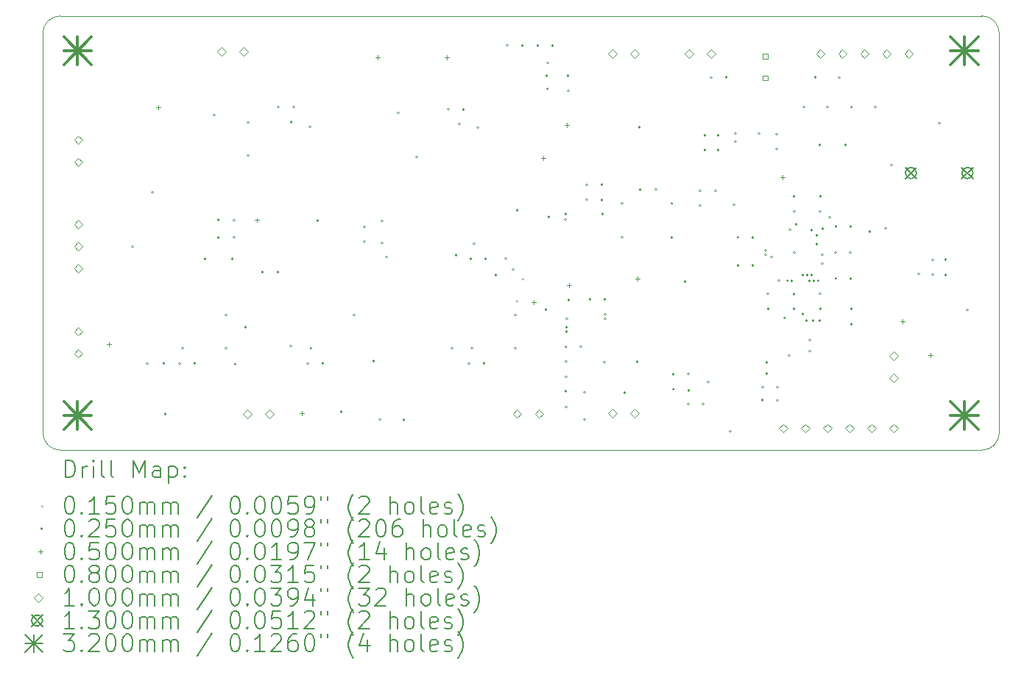
<source format=gbr>
%TF.GenerationSoftware,KiCad,Pcbnew,8.0.8*%
%TF.CreationDate,2025-01-24T13:44:05-06:00*%
%TF.ProjectId,delay_pedal,64656c61-795f-4706-9564-616c2e6b6963,rev?*%
%TF.SameCoordinates,Original*%
%TF.FileFunction,Drillmap*%
%TF.FilePolarity,Positive*%
%FSLAX45Y45*%
G04 Gerber Fmt 4.5, Leading zero omitted, Abs format (unit mm)*
G04 Created by KiCad (PCBNEW 8.0.8) date 2025-01-24 13:44:05*
%MOMM*%
%LPD*%
G01*
G04 APERTURE LIST*
%ADD10C,0.050000*%
%ADD11C,0.200000*%
%ADD12C,0.100000*%
%ADD13C,0.130000*%
%ADD14C,0.320000*%
G04 APERTURE END LIST*
D10*
X9691421Y-7491421D02*
X20291421Y-7491421D01*
X9491421Y-7691421D02*
G75*
G02*
X9691421Y-7491421I199999J1D01*
G01*
X20291421Y-7491421D02*
G75*
G02*
X20491419Y-7691421I-1J-199999D01*
G01*
X20491421Y-7691421D02*
X20491421Y-12291421D01*
X9491421Y-12291421D02*
X9491421Y-7691421D01*
X20291421Y-12491421D02*
X9691421Y-12491421D01*
X9691421Y-12491421D02*
G75*
G02*
X9491419Y-12291421I-1J200001D01*
G01*
X20491421Y-12291421D02*
G75*
G02*
X20291421Y-12491421I-200001J1D01*
G01*
D11*
D12*
X14932500Y-10762500D02*
X14947500Y-10777500D01*
X14947500Y-10762500D02*
X14932500Y-10777500D01*
X15002500Y-10512500D02*
X15017500Y-10527500D01*
X15017500Y-10512500D02*
X15002500Y-10527500D01*
X10537500Y-10150000D02*
G75*
G02*
X10512500Y-10150000I-12500J0D01*
G01*
X10512500Y-10150000D02*
G75*
G02*
X10537500Y-10150000I12500J0D01*
G01*
X10705171Y-11494921D02*
G75*
G02*
X10680171Y-11494921I-12500J0D01*
G01*
X10680171Y-11494921D02*
G75*
G02*
X10705171Y-11494921I12500J0D01*
G01*
X10762500Y-9525000D02*
G75*
G02*
X10737500Y-9525000I-12500J0D01*
G01*
X10737500Y-9525000D02*
G75*
G02*
X10762500Y-9525000I12500J0D01*
G01*
X10895171Y-11493671D02*
G75*
G02*
X10870171Y-11493671I-12500J0D01*
G01*
X10870171Y-11493671D02*
G75*
G02*
X10895171Y-11493671I12500J0D01*
G01*
X10912500Y-12075000D02*
G75*
G02*
X10887500Y-12075000I-12500J0D01*
G01*
X10887500Y-12075000D02*
G75*
G02*
X10912500Y-12075000I12500J0D01*
G01*
X11076421Y-11492921D02*
G75*
G02*
X11051421Y-11492921I-12500J0D01*
G01*
X11051421Y-11492921D02*
G75*
G02*
X11076421Y-11492921I12500J0D01*
G01*
X11112671Y-11317921D02*
G75*
G02*
X11087671Y-11317921I-12500J0D01*
G01*
X11087671Y-11317921D02*
G75*
G02*
X11112671Y-11317921I12500J0D01*
G01*
X11248921Y-11492921D02*
G75*
G02*
X11223921Y-11492921I-12500J0D01*
G01*
X11223921Y-11492921D02*
G75*
G02*
X11248921Y-11492921I12500J0D01*
G01*
X11370000Y-10290000D02*
G75*
G02*
X11345000Y-10290000I-12500J0D01*
G01*
X11345000Y-10290000D02*
G75*
G02*
X11370000Y-10290000I12500J0D01*
G01*
X11473921Y-8635171D02*
G75*
G02*
X11448921Y-8635171I-12500J0D01*
G01*
X11448921Y-8635171D02*
G75*
G02*
X11473921Y-8635171I12500J0D01*
G01*
X11521421Y-9841421D02*
G75*
G02*
X11496421Y-9841421I-12500J0D01*
G01*
X11496421Y-9841421D02*
G75*
G02*
X11521421Y-9841421I12500J0D01*
G01*
X11521421Y-10041421D02*
G75*
G02*
X11496421Y-10041421I-12500J0D01*
G01*
X11496421Y-10041421D02*
G75*
G02*
X11521421Y-10041421I12500J0D01*
G01*
X11607671Y-10936921D02*
G75*
G02*
X11582671Y-10936921I-12500J0D01*
G01*
X11582671Y-10936921D02*
G75*
G02*
X11607671Y-10936921I12500J0D01*
G01*
X11607671Y-11317921D02*
G75*
G02*
X11582671Y-11317921I-12500J0D01*
G01*
X11582671Y-11317921D02*
G75*
G02*
X11607671Y-11317921I12500J0D01*
G01*
X11682500Y-10290000D02*
G75*
G02*
X11657500Y-10290000I-12500J0D01*
G01*
X11657500Y-10290000D02*
G75*
G02*
X11682500Y-10290000I12500J0D01*
G01*
X11703921Y-9841421D02*
G75*
G02*
X11678921Y-9841421I-12500J0D01*
G01*
X11678921Y-9841421D02*
G75*
G02*
X11703921Y-9841421I12500J0D01*
G01*
X11703921Y-10041421D02*
G75*
G02*
X11678921Y-10041421I-12500J0D01*
G01*
X11678921Y-10041421D02*
G75*
G02*
X11703921Y-10041421I12500J0D01*
G01*
X11712500Y-11500000D02*
G75*
G02*
X11687500Y-11500000I-12500J0D01*
G01*
X11687500Y-11500000D02*
G75*
G02*
X11712500Y-11500000I12500J0D01*
G01*
X11837500Y-11075000D02*
G75*
G02*
X11812500Y-11075000I-12500J0D01*
G01*
X11812500Y-11075000D02*
G75*
G02*
X11837500Y-11075000I12500J0D01*
G01*
X11863921Y-8716421D02*
G75*
G02*
X11838921Y-8716421I-12500J0D01*
G01*
X11838921Y-8716421D02*
G75*
G02*
X11863921Y-8716421I12500J0D01*
G01*
X11863921Y-9097421D02*
G75*
G02*
X11838921Y-9097421I-12500J0D01*
G01*
X11838921Y-9097421D02*
G75*
G02*
X11863921Y-9097421I12500J0D01*
G01*
X12028921Y-10441421D02*
G75*
G02*
X12003921Y-10441421I-12500J0D01*
G01*
X12003921Y-10441421D02*
G75*
G02*
X12028921Y-10441421I12500J0D01*
G01*
X12203921Y-10441421D02*
G75*
G02*
X12178921Y-10441421I-12500J0D01*
G01*
X12178921Y-10441421D02*
G75*
G02*
X12203921Y-10441421I12500J0D01*
G01*
X12213921Y-8541421D02*
G75*
G02*
X12188921Y-8541421I-12500J0D01*
G01*
X12188921Y-8541421D02*
G75*
G02*
X12213921Y-8541421I12500J0D01*
G01*
X12357671Y-11292921D02*
G75*
G02*
X12332671Y-11292921I-12500J0D01*
G01*
X12332671Y-11292921D02*
G75*
G02*
X12357671Y-11292921I12500J0D01*
G01*
X12358921Y-8716421D02*
G75*
G02*
X12333921Y-8716421I-12500J0D01*
G01*
X12333921Y-8716421D02*
G75*
G02*
X12358921Y-8716421I12500J0D01*
G01*
X12386421Y-8541421D02*
G75*
G02*
X12361421Y-8541421I-12500J0D01*
G01*
X12361421Y-8541421D02*
G75*
G02*
X12386421Y-8541421I12500J0D01*
G01*
X12551421Y-11492921D02*
G75*
G02*
X12526421Y-11492921I-12500J0D01*
G01*
X12526421Y-11492921D02*
G75*
G02*
X12551421Y-11492921I12500J0D01*
G01*
X12573921Y-8770171D02*
G75*
G02*
X12548921Y-8770171I-12500J0D01*
G01*
X12548921Y-8770171D02*
G75*
G02*
X12573921Y-8770171I12500J0D01*
G01*
X12587671Y-11317921D02*
G75*
G02*
X12562671Y-11317921I-12500J0D01*
G01*
X12562671Y-11317921D02*
G75*
G02*
X12587671Y-11317921I12500J0D01*
G01*
X12662500Y-9850000D02*
G75*
G02*
X12637500Y-9850000I-12500J0D01*
G01*
X12637500Y-9850000D02*
G75*
G02*
X12662500Y-9850000I12500J0D01*
G01*
X12723921Y-11492921D02*
G75*
G02*
X12698921Y-11492921I-12500J0D01*
G01*
X12698921Y-11492921D02*
G75*
G02*
X12723921Y-11492921I12500J0D01*
G01*
X12937500Y-12050000D02*
G75*
G02*
X12912500Y-12050000I-12500J0D01*
G01*
X12912500Y-12050000D02*
G75*
G02*
X12937500Y-12050000I12500J0D01*
G01*
X13082671Y-10936921D02*
G75*
G02*
X13057671Y-10936921I-12500J0D01*
G01*
X13057671Y-10936921D02*
G75*
G02*
X13082671Y-10936921I12500J0D01*
G01*
X13203921Y-9918921D02*
G75*
G02*
X13178921Y-9918921I-12500J0D01*
G01*
X13178921Y-9918921D02*
G75*
G02*
X13203921Y-9918921I12500J0D01*
G01*
X13203921Y-10091421D02*
G75*
G02*
X13178921Y-10091421I-12500J0D01*
G01*
X13178921Y-10091421D02*
G75*
G02*
X13203921Y-10091421I12500J0D01*
G01*
X13307671Y-11467921D02*
G75*
G02*
X13282671Y-11467921I-12500J0D01*
G01*
X13282671Y-11467921D02*
G75*
G02*
X13307671Y-11467921I12500J0D01*
G01*
X13378921Y-12141421D02*
G75*
G02*
X13353921Y-12141421I-12500J0D01*
G01*
X13353921Y-12141421D02*
G75*
G02*
X13378921Y-12141421I12500J0D01*
G01*
X13408921Y-9852921D02*
G75*
G02*
X13383921Y-9852921I-12500J0D01*
G01*
X13383921Y-9852921D02*
G75*
G02*
X13408921Y-9852921I12500J0D01*
G01*
X13408921Y-10106921D02*
G75*
G02*
X13383921Y-10106921I-12500J0D01*
G01*
X13383921Y-10106921D02*
G75*
G02*
X13408921Y-10106921I12500J0D01*
G01*
X13456421Y-10266421D02*
G75*
G02*
X13431421Y-10266421I-12500J0D01*
G01*
X13431421Y-10266421D02*
G75*
G02*
X13456421Y-10266421I12500J0D01*
G01*
X13588921Y-8606921D02*
G75*
G02*
X13563921Y-8606921I-12500J0D01*
G01*
X13563921Y-8606921D02*
G75*
G02*
X13588921Y-8606921I12500J0D01*
G01*
X13653921Y-12141421D02*
G75*
G02*
X13628921Y-12141421I-12500J0D01*
G01*
X13628921Y-12141421D02*
G75*
G02*
X13653921Y-12141421I12500J0D01*
G01*
X13801421Y-9117421D02*
G75*
G02*
X13776421Y-9117421I-12500J0D01*
G01*
X13776421Y-9117421D02*
G75*
G02*
X13801421Y-9117421I12500J0D01*
G01*
X14168921Y-8566921D02*
G75*
G02*
X14143921Y-8566921I-12500J0D01*
G01*
X14143921Y-8566921D02*
G75*
G02*
X14168921Y-8566921I12500J0D01*
G01*
X14210171Y-11318421D02*
G75*
G02*
X14185171Y-11318421I-12500J0D01*
G01*
X14185171Y-11318421D02*
G75*
G02*
X14210171Y-11318421I12500J0D01*
G01*
X14253921Y-10245921D02*
G75*
G02*
X14228921Y-10245921I-12500J0D01*
G01*
X14228921Y-10245921D02*
G75*
G02*
X14253921Y-10245921I12500J0D01*
G01*
X14296421Y-8736421D02*
G75*
G02*
X14271421Y-8736421I-12500J0D01*
G01*
X14271421Y-8736421D02*
G75*
G02*
X14296421Y-8736421I12500J0D01*
G01*
X14341421Y-8566921D02*
G75*
G02*
X14316421Y-8566921I-12500J0D01*
G01*
X14316421Y-8566921D02*
G75*
G02*
X14341421Y-8566921I12500J0D01*
G01*
X14403921Y-11493421D02*
G75*
G02*
X14378921Y-11493421I-12500J0D01*
G01*
X14378921Y-11493421D02*
G75*
G02*
X14403921Y-11493421I12500J0D01*
G01*
X14422671Y-10287921D02*
G75*
G02*
X14397671Y-10287921I-12500J0D01*
G01*
X14397671Y-10287921D02*
G75*
G02*
X14422671Y-10287921I12500J0D01*
G01*
X14440171Y-11318421D02*
G75*
G02*
X14415171Y-11318421I-12500J0D01*
G01*
X14415171Y-11318421D02*
G75*
G02*
X14440171Y-11318421I12500J0D01*
G01*
X14463921Y-10112921D02*
G75*
G02*
X14438921Y-10112921I-12500J0D01*
G01*
X14438921Y-10112921D02*
G75*
G02*
X14463921Y-10112921I12500J0D01*
G01*
X14508921Y-8776921D02*
G75*
G02*
X14483921Y-8776921I-12500J0D01*
G01*
X14483921Y-8776921D02*
G75*
G02*
X14508921Y-8776921I12500J0D01*
G01*
X14576421Y-11493421D02*
G75*
G02*
X14551421Y-11493421I-12500J0D01*
G01*
X14551421Y-11493421D02*
G75*
G02*
X14576421Y-11493421I12500J0D01*
G01*
X14595171Y-10287921D02*
G75*
G02*
X14570171Y-10287921I-12500J0D01*
G01*
X14570171Y-10287921D02*
G75*
G02*
X14595171Y-10287921I12500J0D01*
G01*
X14713921Y-10473921D02*
G75*
G02*
X14688921Y-10473921I-12500J0D01*
G01*
X14688921Y-10473921D02*
G75*
G02*
X14713921Y-10473921I12500J0D01*
G01*
X14827671Y-10282921D02*
G75*
G02*
X14802671Y-10282921I-12500J0D01*
G01*
X14802671Y-10282921D02*
G75*
G02*
X14827671Y-10282921I12500J0D01*
G01*
X14843921Y-7831421D02*
G75*
G02*
X14818921Y-7831421I-12500J0D01*
G01*
X14818921Y-7831421D02*
G75*
G02*
X14843921Y-7831421I12500J0D01*
G01*
X14912500Y-10410000D02*
G75*
G02*
X14887500Y-10410000I-12500J0D01*
G01*
X14887500Y-10410000D02*
G75*
G02*
X14912500Y-10410000I12500J0D01*
G01*
X14935171Y-10937421D02*
G75*
G02*
X14910171Y-10937421I-12500J0D01*
G01*
X14910171Y-10937421D02*
G75*
G02*
X14935171Y-10937421I12500J0D01*
G01*
X14935171Y-11318421D02*
G75*
G02*
X14910171Y-11318421I-12500J0D01*
G01*
X14910171Y-11318421D02*
G75*
G02*
X14935171Y-11318421I12500J0D01*
G01*
X14958921Y-9731921D02*
G75*
G02*
X14933921Y-9731921I-12500J0D01*
G01*
X14933921Y-9731921D02*
G75*
G02*
X14958921Y-9731921I12500J0D01*
G01*
X15016421Y-7831421D02*
G75*
G02*
X14991421Y-7831421I-12500J0D01*
G01*
X14991421Y-7831421D02*
G75*
G02*
X15016421Y-7831421I12500J0D01*
G01*
X15193921Y-7831421D02*
G75*
G02*
X15168921Y-7831421I-12500J0D01*
G01*
X15168921Y-7831421D02*
G75*
G02*
X15193921Y-7831421I12500J0D01*
G01*
X15287500Y-10875000D02*
G75*
G02*
X15262500Y-10875000I-12500J0D01*
G01*
X15262500Y-10875000D02*
G75*
G02*
X15287500Y-10875000I12500J0D01*
G01*
X15300171Y-8181421D02*
G75*
G02*
X15275171Y-8181421I-12500J0D01*
G01*
X15275171Y-8181421D02*
G75*
G02*
X15300171Y-8181421I12500J0D01*
G01*
X15308921Y-8031421D02*
G75*
G02*
X15283921Y-8031421I-12500J0D01*
G01*
X15283921Y-8031421D02*
G75*
G02*
X15308921Y-8031421I12500J0D01*
G01*
X15308921Y-8331421D02*
G75*
G02*
X15283921Y-8331421I-12500J0D01*
G01*
X15283921Y-8331421D02*
G75*
G02*
X15308921Y-8331421I12500J0D01*
G01*
X15322500Y-9807500D02*
G75*
G02*
X15297500Y-9807500I-12500J0D01*
G01*
X15297500Y-9807500D02*
G75*
G02*
X15322500Y-9807500I12500J0D01*
G01*
X15366421Y-7831421D02*
G75*
G02*
X15341421Y-7831421I-12500J0D01*
G01*
X15341421Y-7831421D02*
G75*
G02*
X15366421Y-7831421I12500J0D01*
G01*
X15515171Y-9772921D02*
G75*
G02*
X15490171Y-9772921I-12500J0D01*
G01*
X15490171Y-9772921D02*
G75*
G02*
X15515171Y-9772921I12500J0D01*
G01*
X15515171Y-9837921D02*
G75*
G02*
X15490171Y-9837921I-12500J0D01*
G01*
X15490171Y-9837921D02*
G75*
G02*
X15515171Y-9837921I12500J0D01*
G01*
X15520171Y-11302921D02*
G75*
G02*
X15495171Y-11302921I-12500J0D01*
G01*
X15495171Y-11302921D02*
G75*
G02*
X15520171Y-11302921I12500J0D01*
G01*
X15521250Y-11812500D02*
G75*
G02*
X15496250Y-11812500I-12500J0D01*
G01*
X15496250Y-11812500D02*
G75*
G02*
X15521250Y-11812500I12500J0D01*
G01*
X15521250Y-11995000D02*
G75*
G02*
X15496250Y-11995000I-12500J0D01*
G01*
X15496250Y-11995000D02*
G75*
G02*
X15521250Y-11995000I12500J0D01*
G01*
X15522500Y-11467500D02*
G75*
G02*
X15497500Y-11467500I-12500J0D01*
G01*
X15497500Y-11467500D02*
G75*
G02*
X15522500Y-11467500I12500J0D01*
G01*
X15522500Y-11650000D02*
G75*
G02*
X15497500Y-11650000I-12500J0D01*
G01*
X15497500Y-11650000D02*
G75*
G02*
X15522500Y-11650000I12500J0D01*
G01*
X15527671Y-10977921D02*
G75*
G02*
X15502671Y-10977921I-12500J0D01*
G01*
X15502671Y-10977921D02*
G75*
G02*
X15527671Y-10977921I12500J0D01*
G01*
X15527671Y-11077921D02*
G75*
G02*
X15502671Y-11077921I-12500J0D01*
G01*
X15502671Y-11077921D02*
G75*
G02*
X15527671Y-11077921I12500J0D01*
G01*
X15527671Y-11127921D02*
G75*
G02*
X15502671Y-11127921I-12500J0D01*
G01*
X15502671Y-11127921D02*
G75*
G02*
X15527671Y-11127921I12500J0D01*
G01*
X15543921Y-8181421D02*
G75*
G02*
X15518921Y-8181421I-12500J0D01*
G01*
X15518921Y-8181421D02*
G75*
G02*
X15543921Y-8181421I12500J0D01*
G01*
X15543921Y-8353921D02*
G75*
G02*
X15518921Y-8353921I-12500J0D01*
G01*
X15518921Y-8353921D02*
G75*
G02*
X15543921Y-8353921I12500J0D01*
G01*
X15552500Y-10760000D02*
G75*
G02*
X15527500Y-10760000I-12500J0D01*
G01*
X15527500Y-10760000D02*
G75*
G02*
X15552500Y-10760000I12500J0D01*
G01*
X15692671Y-11302921D02*
G75*
G02*
X15667671Y-11302921I-12500J0D01*
G01*
X15667671Y-11302921D02*
G75*
G02*
X15692671Y-11302921I12500J0D01*
G01*
X15732500Y-11823750D02*
G75*
G02*
X15707500Y-11823750I-12500J0D01*
G01*
X15707500Y-11823750D02*
G75*
G02*
X15732500Y-11823750I12500J0D01*
G01*
X15732500Y-12136250D02*
G75*
G02*
X15707500Y-12136250I-12500J0D01*
G01*
X15707500Y-12136250D02*
G75*
G02*
X15732500Y-12136250I12500J0D01*
G01*
X15760000Y-9435000D02*
G75*
G02*
X15735000Y-9435000I-12500J0D01*
G01*
X15735000Y-9435000D02*
G75*
G02*
X15760000Y-9435000I12500J0D01*
G01*
X15760000Y-9610000D02*
G75*
G02*
X15735000Y-9610000I-12500J0D01*
G01*
X15735000Y-9610000D02*
G75*
G02*
X15760000Y-9610000I12500J0D01*
G01*
X15795171Y-10752921D02*
G75*
G02*
X15770171Y-10752921I-12500J0D01*
G01*
X15770171Y-10752921D02*
G75*
G02*
X15795171Y-10752921I12500J0D01*
G01*
X15932500Y-9435000D02*
G75*
G02*
X15907500Y-9435000I-12500J0D01*
G01*
X15907500Y-9435000D02*
G75*
G02*
X15932500Y-9435000I12500J0D01*
G01*
X15932500Y-9610000D02*
G75*
G02*
X15907500Y-9610000I-12500J0D01*
G01*
X15907500Y-9610000D02*
G75*
G02*
X15932500Y-9610000I12500J0D01*
G01*
X15937671Y-9772921D02*
G75*
G02*
X15912671Y-9772921I-12500J0D01*
G01*
X15912671Y-9772921D02*
G75*
G02*
X15937671Y-9772921I12500J0D01*
G01*
X15962500Y-11475000D02*
G75*
G02*
X15937500Y-11475000I-12500J0D01*
G01*
X15937500Y-11475000D02*
G75*
G02*
X15962500Y-11475000I12500J0D01*
G01*
X15967671Y-10752921D02*
G75*
G02*
X15942671Y-10752921I-12500J0D01*
G01*
X15942671Y-10752921D02*
G75*
G02*
X15967671Y-10752921I12500J0D01*
G01*
X15967671Y-10927921D02*
G75*
G02*
X15942671Y-10927921I-12500J0D01*
G01*
X15942671Y-10927921D02*
G75*
G02*
X15967671Y-10927921I12500J0D01*
G01*
X15967671Y-10977921D02*
G75*
G02*
X15942671Y-10977921I-12500J0D01*
G01*
X15942671Y-10977921D02*
G75*
G02*
X15967671Y-10977921I12500J0D01*
G01*
X16165171Y-9650421D02*
G75*
G02*
X16140171Y-9650421I-12500J0D01*
G01*
X16140171Y-9650421D02*
G75*
G02*
X16165171Y-9650421I12500J0D01*
G01*
X16165171Y-10040421D02*
G75*
G02*
X16140171Y-10040421I-12500J0D01*
G01*
X16140171Y-10040421D02*
G75*
G02*
X16165171Y-10040421I12500J0D01*
G01*
X16192500Y-11830000D02*
G75*
G02*
X16167500Y-11830000I-12500J0D01*
G01*
X16167500Y-11830000D02*
G75*
G02*
X16192500Y-11830000I12500J0D01*
G01*
X16337500Y-11475000D02*
G75*
G02*
X16312500Y-11475000I-12500J0D01*
G01*
X16312500Y-11475000D02*
G75*
G02*
X16337500Y-11475000I12500J0D01*
G01*
X16362500Y-8775000D02*
G75*
G02*
X16337500Y-8775000I-12500J0D01*
G01*
X16337500Y-8775000D02*
G75*
G02*
X16362500Y-8775000I12500J0D01*
G01*
X16371421Y-9491421D02*
G75*
G02*
X16346421Y-9491421I-12500J0D01*
G01*
X16346421Y-9491421D02*
G75*
G02*
X16371421Y-9491421I12500J0D01*
G01*
X16553921Y-9491421D02*
G75*
G02*
X16528921Y-9491421I-12500J0D01*
G01*
X16528921Y-9491421D02*
G75*
G02*
X16553921Y-9491421I12500J0D01*
G01*
X16737671Y-9650421D02*
G75*
G02*
X16712671Y-9650421I-12500J0D01*
G01*
X16712671Y-9650421D02*
G75*
G02*
X16737671Y-9650421I12500J0D01*
G01*
X16737671Y-10040421D02*
G75*
G02*
X16712671Y-10040421I-12500J0D01*
G01*
X16712671Y-10040421D02*
G75*
G02*
X16737671Y-10040421I12500J0D01*
G01*
X16753921Y-11618921D02*
G75*
G02*
X16728921Y-11618921I-12500J0D01*
G01*
X16728921Y-11618921D02*
G75*
G02*
X16753921Y-11618921I12500J0D01*
G01*
X16753921Y-11791421D02*
G75*
G02*
X16728921Y-11791421I-12500J0D01*
G01*
X16728921Y-11791421D02*
G75*
G02*
X16753921Y-11791421I12500J0D01*
G01*
X16887500Y-10550000D02*
G75*
G02*
X16862500Y-10550000I-12500J0D01*
G01*
X16862500Y-10550000D02*
G75*
G02*
X16887500Y-10550000I12500J0D01*
G01*
X16926250Y-11960000D02*
G75*
G02*
X16901250Y-11960000I-12500J0D01*
G01*
X16901250Y-11960000D02*
G75*
G02*
X16926250Y-11960000I12500J0D01*
G01*
X16928750Y-11615000D02*
G75*
G02*
X16903750Y-11615000I-12500J0D01*
G01*
X16903750Y-11615000D02*
G75*
G02*
X16928750Y-11615000I12500J0D01*
G01*
X16928750Y-11805000D02*
G75*
G02*
X16903750Y-11805000I-12500J0D01*
G01*
X16903750Y-11805000D02*
G75*
G02*
X16928750Y-11805000I12500J0D01*
G01*
X17062500Y-9503750D02*
G75*
G02*
X17037500Y-9503750I-12500J0D01*
G01*
X17037500Y-9503750D02*
G75*
G02*
X17062500Y-9503750I12500J0D01*
G01*
X17062500Y-9676250D02*
G75*
G02*
X17037500Y-9676250I-12500J0D01*
G01*
X17037500Y-9676250D02*
G75*
G02*
X17062500Y-9676250I12500J0D01*
G01*
X17098750Y-11960000D02*
G75*
G02*
X17073750Y-11960000I-12500J0D01*
G01*
X17073750Y-11960000D02*
G75*
G02*
X17098750Y-11960000I12500J0D01*
G01*
X17118921Y-8863921D02*
G75*
G02*
X17093921Y-8863921I-12500J0D01*
G01*
X17093921Y-8863921D02*
G75*
G02*
X17118921Y-8863921I12500J0D01*
G01*
X17118921Y-9036421D02*
G75*
G02*
X17093921Y-9036421I-12500J0D01*
G01*
X17093921Y-9036421D02*
G75*
G02*
X17118921Y-9036421I12500J0D01*
G01*
X17156250Y-11710000D02*
G75*
G02*
X17131250Y-11710000I-12500J0D01*
G01*
X17131250Y-11710000D02*
G75*
G02*
X17156250Y-11710000I12500J0D01*
G01*
X17190000Y-8200000D02*
G75*
G02*
X17165000Y-8200000I-12500J0D01*
G01*
X17165000Y-8200000D02*
G75*
G02*
X17190000Y-8200000I12500J0D01*
G01*
X17242500Y-9505000D02*
G75*
G02*
X17217500Y-9505000I-12500J0D01*
G01*
X17217500Y-9505000D02*
G75*
G02*
X17242500Y-9505000I12500J0D01*
G01*
X17268921Y-8863921D02*
G75*
G02*
X17243921Y-8863921I-12500J0D01*
G01*
X17243921Y-8863921D02*
G75*
G02*
X17268921Y-8863921I12500J0D01*
G01*
X17268921Y-9036421D02*
G75*
G02*
X17243921Y-9036421I-12500J0D01*
G01*
X17243921Y-9036421D02*
G75*
G02*
X17268921Y-9036421I12500J0D01*
G01*
X17362500Y-8200000D02*
G75*
G02*
X17337500Y-8200000I-12500J0D01*
G01*
X17337500Y-8200000D02*
G75*
G02*
X17362500Y-8200000I12500J0D01*
G01*
X17412500Y-12275000D02*
G75*
G02*
X17387500Y-12275000I-12500J0D01*
G01*
X17387500Y-12275000D02*
G75*
G02*
X17412500Y-12275000I12500J0D01*
G01*
X17452500Y-9670000D02*
G75*
G02*
X17427500Y-9670000I-12500J0D01*
G01*
X17427500Y-9670000D02*
G75*
G02*
X17452500Y-9670000I12500J0D01*
G01*
X17468921Y-8846421D02*
G75*
G02*
X17443921Y-8846421I-12500J0D01*
G01*
X17443921Y-8846421D02*
G75*
G02*
X17468921Y-8846421I12500J0D01*
G01*
X17468921Y-8941421D02*
G75*
G02*
X17443921Y-8941421I-12500J0D01*
G01*
X17443921Y-8941421D02*
G75*
G02*
X17468921Y-8941421I12500J0D01*
G01*
X17496421Y-10041421D02*
G75*
G02*
X17471421Y-10041421I-12500J0D01*
G01*
X17471421Y-10041421D02*
G75*
G02*
X17496421Y-10041421I12500J0D01*
G01*
X17496421Y-10366421D02*
G75*
G02*
X17471421Y-10366421I-12500J0D01*
G01*
X17471421Y-10366421D02*
G75*
G02*
X17496421Y-10366421I12500J0D01*
G01*
X17668921Y-10041421D02*
G75*
G02*
X17643921Y-10041421I-12500J0D01*
G01*
X17643921Y-10041421D02*
G75*
G02*
X17668921Y-10041421I12500J0D01*
G01*
X17668921Y-10366421D02*
G75*
G02*
X17643921Y-10366421I-12500J0D01*
G01*
X17643921Y-10366421D02*
G75*
G02*
X17668921Y-10366421I12500J0D01*
G01*
X17738921Y-8846421D02*
G75*
G02*
X17713921Y-8846421I-12500J0D01*
G01*
X17713921Y-8846421D02*
G75*
G02*
X17738921Y-8846421I12500J0D01*
G01*
X17780000Y-11766500D02*
G75*
G02*
X17755000Y-11766500I-12500J0D01*
G01*
X17755000Y-11766500D02*
G75*
G02*
X17780000Y-11766500I12500J0D01*
G01*
X17780000Y-11916500D02*
G75*
G02*
X17755000Y-11916500I-12500J0D01*
G01*
X17755000Y-11916500D02*
G75*
G02*
X17780000Y-11916500I12500J0D01*
G01*
X17818921Y-10191421D02*
G75*
G02*
X17793921Y-10191421I-12500J0D01*
G01*
X17793921Y-10191421D02*
G75*
G02*
X17818921Y-10191421I12500J0D01*
G01*
X17818921Y-10241421D02*
G75*
G02*
X17793921Y-10241421I-12500J0D01*
G01*
X17793921Y-10241421D02*
G75*
G02*
X17818921Y-10241421I12500J0D01*
G01*
X17827500Y-11480000D02*
G75*
G02*
X17802500Y-11480000I-12500J0D01*
G01*
X17802500Y-11480000D02*
G75*
G02*
X17827500Y-11480000I12500J0D01*
G01*
X17827500Y-11607000D02*
G75*
G02*
X17802500Y-11607000I-12500J0D01*
G01*
X17802500Y-11607000D02*
G75*
G02*
X17827500Y-11607000I12500J0D01*
G01*
X17843921Y-10691421D02*
G75*
G02*
X17818921Y-10691421I-12500J0D01*
G01*
X17818921Y-10691421D02*
G75*
G02*
X17843921Y-10691421I12500J0D01*
G01*
X17843921Y-10863921D02*
G75*
G02*
X17818921Y-10863921I-12500J0D01*
G01*
X17818921Y-10863921D02*
G75*
G02*
X17843921Y-10863921I12500J0D01*
G01*
X17883921Y-10266421D02*
G75*
G02*
X17858921Y-10266421I-12500J0D01*
G01*
X17858921Y-10266421D02*
G75*
G02*
X17883921Y-10266421I12500J0D01*
G01*
X17943921Y-8850171D02*
G75*
G02*
X17918921Y-8850171I-12500J0D01*
G01*
X17918921Y-8850171D02*
G75*
G02*
X17943921Y-8850171I12500J0D01*
G01*
X17943921Y-9022671D02*
G75*
G02*
X17918921Y-9022671I-12500J0D01*
G01*
X17918921Y-9022671D02*
G75*
G02*
X17943921Y-9022671I12500J0D01*
G01*
X17952500Y-11766500D02*
G75*
G02*
X17927500Y-11766500I-12500J0D01*
G01*
X17927500Y-11766500D02*
G75*
G02*
X17952500Y-11766500I12500J0D01*
G01*
X17952500Y-11916500D02*
G75*
G02*
X17927500Y-11916500I-12500J0D01*
G01*
X17927500Y-11916500D02*
G75*
G02*
X17952500Y-11916500I12500J0D01*
G01*
X17968921Y-10541421D02*
G75*
G02*
X17943921Y-10541421I-12500J0D01*
G01*
X17943921Y-10541421D02*
G75*
G02*
X17968921Y-10541421I12500J0D01*
G01*
X18032500Y-10970000D02*
G75*
G02*
X18007500Y-10970000I-12500J0D01*
G01*
X18007500Y-10970000D02*
G75*
G02*
X18032500Y-10970000I12500J0D01*
G01*
X18068921Y-10541421D02*
G75*
G02*
X18043921Y-10541421I-12500J0D01*
G01*
X18043921Y-10541421D02*
G75*
G02*
X18068921Y-10541421I12500J0D01*
G01*
X18087500Y-11400000D02*
G75*
G02*
X18062500Y-11400000I-12500J0D01*
G01*
X18062500Y-11400000D02*
G75*
G02*
X18087500Y-11400000I12500J0D01*
G01*
X18093921Y-9956421D02*
G75*
G02*
X18068921Y-9956421I-12500J0D01*
G01*
X18068921Y-9956421D02*
G75*
G02*
X18093921Y-9956421I12500J0D01*
G01*
X18118921Y-10541421D02*
G75*
G02*
X18093921Y-10541421I-12500J0D01*
G01*
X18093921Y-10541421D02*
G75*
G02*
X18118921Y-10541421I12500J0D01*
G01*
X18143921Y-9568921D02*
G75*
G02*
X18118921Y-9568921I-12500J0D01*
G01*
X18118921Y-9568921D02*
G75*
G02*
X18143921Y-9568921I12500J0D01*
G01*
X18143921Y-9741421D02*
G75*
G02*
X18118921Y-9741421I-12500J0D01*
G01*
X18118921Y-9741421D02*
G75*
G02*
X18143921Y-9741421I12500J0D01*
G01*
X18143921Y-10216421D02*
G75*
G02*
X18118921Y-10216421I-12500J0D01*
G01*
X18118921Y-10216421D02*
G75*
G02*
X18143921Y-10216421I12500J0D01*
G01*
X18143921Y-10693921D02*
G75*
G02*
X18118921Y-10693921I-12500J0D01*
G01*
X18118921Y-10693921D02*
G75*
G02*
X18143921Y-10693921I12500J0D01*
G01*
X18143921Y-10866421D02*
G75*
G02*
X18118921Y-10866421I-12500J0D01*
G01*
X18118921Y-10866421D02*
G75*
G02*
X18143921Y-10866421I12500J0D01*
G01*
X18168921Y-9891421D02*
G75*
G02*
X18143921Y-9891421I-12500J0D01*
G01*
X18143921Y-9891421D02*
G75*
G02*
X18168921Y-9891421I12500J0D01*
G01*
X18243921Y-10476421D02*
G75*
G02*
X18218921Y-10476421I-12500J0D01*
G01*
X18218921Y-10476421D02*
G75*
G02*
X18243921Y-10476421I12500J0D01*
G01*
X18243921Y-10925000D02*
G75*
G02*
X18218921Y-10925000I-12500J0D01*
G01*
X18218921Y-10925000D02*
G75*
G02*
X18243921Y-10925000I12500J0D01*
G01*
X18253921Y-8541421D02*
G75*
G02*
X18228921Y-8541421I-12500J0D01*
G01*
X18228921Y-8541421D02*
G75*
G02*
X18253921Y-8541421I12500J0D01*
G01*
X18287500Y-11000000D02*
G75*
G02*
X18262500Y-11000000I-12500J0D01*
G01*
X18262500Y-11000000D02*
G75*
G02*
X18287500Y-11000000I12500J0D01*
G01*
X18293921Y-10476421D02*
G75*
G02*
X18268921Y-10476421I-12500J0D01*
G01*
X18268921Y-10476421D02*
G75*
G02*
X18293921Y-10476421I12500J0D01*
G01*
X18318921Y-10541421D02*
G75*
G02*
X18293921Y-10541421I-12500J0D01*
G01*
X18293921Y-10541421D02*
G75*
G02*
X18318921Y-10541421I12500J0D01*
G01*
X18322500Y-11226000D02*
G75*
G02*
X18297500Y-11226000I-12500J0D01*
G01*
X18297500Y-11226000D02*
G75*
G02*
X18322500Y-11226000I12500J0D01*
G01*
X18322500Y-11353000D02*
G75*
G02*
X18297500Y-11353000I-12500J0D01*
G01*
X18297500Y-11353000D02*
G75*
G02*
X18322500Y-11353000I12500J0D01*
G01*
X18343921Y-9956421D02*
G75*
G02*
X18318921Y-9956421I-12500J0D01*
G01*
X18318921Y-9956421D02*
G75*
G02*
X18343921Y-9956421I12500J0D01*
G01*
X18343921Y-10476421D02*
G75*
G02*
X18318921Y-10476421I-12500J0D01*
G01*
X18318921Y-10476421D02*
G75*
G02*
X18343921Y-10476421I12500J0D01*
G01*
X18362500Y-11000000D02*
G75*
G02*
X18337500Y-11000000I-12500J0D01*
G01*
X18337500Y-11000000D02*
G75*
G02*
X18362500Y-11000000I12500J0D01*
G01*
X18368921Y-10541421D02*
G75*
G02*
X18343921Y-10541421I-12500J0D01*
G01*
X18343921Y-10541421D02*
G75*
G02*
X18368921Y-10541421I12500J0D01*
G01*
X18387500Y-8200000D02*
G75*
G02*
X18362500Y-8200000I-12500J0D01*
G01*
X18362500Y-8200000D02*
G75*
G02*
X18387500Y-8200000I12500J0D01*
G01*
X18403921Y-10016421D02*
G75*
G02*
X18378921Y-10016421I-12500J0D01*
G01*
X18378921Y-10016421D02*
G75*
G02*
X18403921Y-10016421I12500J0D01*
G01*
X18403921Y-10116421D02*
G75*
G02*
X18378921Y-10116421I-12500J0D01*
G01*
X18378921Y-10116421D02*
G75*
G02*
X18403921Y-10116421I12500J0D01*
G01*
X18418921Y-10541421D02*
G75*
G02*
X18393921Y-10541421I-12500J0D01*
G01*
X18393921Y-10541421D02*
G75*
G02*
X18418921Y-10541421I12500J0D01*
G01*
X18437500Y-8975000D02*
G75*
G02*
X18412500Y-8975000I-12500J0D01*
G01*
X18412500Y-8975000D02*
G75*
G02*
X18437500Y-8975000I12500J0D01*
G01*
X18437500Y-11000000D02*
G75*
G02*
X18412500Y-11000000I-12500J0D01*
G01*
X18412500Y-11000000D02*
G75*
G02*
X18437500Y-11000000I12500J0D01*
G01*
X18443921Y-9568921D02*
G75*
G02*
X18418921Y-9568921I-12500J0D01*
G01*
X18418921Y-9568921D02*
G75*
G02*
X18443921Y-9568921I12500J0D01*
G01*
X18443921Y-9741421D02*
G75*
G02*
X18418921Y-9741421I-12500J0D01*
G01*
X18418921Y-9741421D02*
G75*
G02*
X18443921Y-9741421I12500J0D01*
G01*
X18443921Y-10691421D02*
G75*
G02*
X18418921Y-10691421I-12500J0D01*
G01*
X18418921Y-10691421D02*
G75*
G02*
X18443921Y-10691421I12500J0D01*
G01*
X18443921Y-10863921D02*
G75*
G02*
X18418921Y-10863921I-12500J0D01*
G01*
X18418921Y-10863921D02*
G75*
G02*
X18443921Y-10863921I12500J0D01*
G01*
X18468921Y-9941421D02*
G75*
G02*
X18443921Y-9941421I-12500J0D01*
G01*
X18443921Y-9941421D02*
G75*
G02*
X18468921Y-9941421I12500J0D01*
G01*
X18468921Y-10241421D02*
G75*
G02*
X18443921Y-10241421I-12500J0D01*
G01*
X18443921Y-10241421D02*
G75*
G02*
X18468921Y-10241421I12500J0D01*
G01*
X18468921Y-10341421D02*
G75*
G02*
X18443921Y-10341421I-12500J0D01*
G01*
X18443921Y-10341421D02*
G75*
G02*
X18468921Y-10341421I12500J0D01*
G01*
X18528921Y-8541421D02*
G75*
G02*
X18503921Y-8541421I-12500J0D01*
G01*
X18503921Y-8541421D02*
G75*
G02*
X18528921Y-8541421I12500J0D01*
G01*
X18552500Y-9810000D02*
G75*
G02*
X18527500Y-9810000I-12500J0D01*
G01*
X18527500Y-9810000D02*
G75*
G02*
X18552500Y-9810000I12500J0D01*
G01*
X18618921Y-10216421D02*
G75*
G02*
X18593921Y-10216421I-12500J0D01*
G01*
X18593921Y-10216421D02*
G75*
G02*
X18618921Y-10216421I12500J0D01*
G01*
X18621421Y-9916421D02*
G75*
G02*
X18596421Y-9916421I-12500J0D01*
G01*
X18596421Y-9916421D02*
G75*
G02*
X18621421Y-9916421I12500J0D01*
G01*
X18621421Y-10516421D02*
G75*
G02*
X18596421Y-10516421I-12500J0D01*
G01*
X18596421Y-10516421D02*
G75*
G02*
X18621421Y-10516421I12500J0D01*
G01*
X18662500Y-8200000D02*
G75*
G02*
X18637500Y-8200000I-12500J0D01*
G01*
X18637500Y-8200000D02*
G75*
G02*
X18662500Y-8200000I12500J0D01*
G01*
X18737500Y-8975000D02*
G75*
G02*
X18712500Y-8975000I-12500J0D01*
G01*
X18712500Y-8975000D02*
G75*
G02*
X18737500Y-8975000I12500J0D01*
G01*
X18791421Y-10216421D02*
G75*
G02*
X18766421Y-10216421I-12500J0D01*
G01*
X18766421Y-10216421D02*
G75*
G02*
X18791421Y-10216421I12500J0D01*
G01*
X18793921Y-9916421D02*
G75*
G02*
X18768921Y-9916421I-12500J0D01*
G01*
X18768921Y-9916421D02*
G75*
G02*
X18793921Y-9916421I12500J0D01*
G01*
X18793921Y-10516421D02*
G75*
G02*
X18768921Y-10516421I-12500J0D01*
G01*
X18768921Y-10516421D02*
G75*
G02*
X18793921Y-10516421I12500J0D01*
G01*
X18803921Y-8541421D02*
G75*
G02*
X18778921Y-8541421I-12500J0D01*
G01*
X18778921Y-8541421D02*
G75*
G02*
X18803921Y-8541421I12500J0D01*
G01*
X18803921Y-10866421D02*
G75*
G02*
X18778921Y-10866421I-12500J0D01*
G01*
X18778921Y-10866421D02*
G75*
G02*
X18803921Y-10866421I12500J0D01*
G01*
X18803921Y-11041421D02*
G75*
G02*
X18778921Y-11041421I-12500J0D01*
G01*
X18778921Y-11041421D02*
G75*
G02*
X18803921Y-11041421I12500J0D01*
G01*
X19012500Y-9975000D02*
G75*
G02*
X18987500Y-9975000I-12500J0D01*
G01*
X18987500Y-9975000D02*
G75*
G02*
X19012500Y-9975000I12500J0D01*
G01*
X19078921Y-8541421D02*
G75*
G02*
X19053921Y-8541421I-12500J0D01*
G01*
X19053921Y-8541421D02*
G75*
G02*
X19078921Y-8541421I12500J0D01*
G01*
X19197000Y-9937500D02*
G75*
G02*
X19172000Y-9937500I-12500J0D01*
G01*
X19172000Y-9937500D02*
G75*
G02*
X19197000Y-9937500I12500J0D01*
G01*
X19262500Y-9208750D02*
G75*
G02*
X19237500Y-9208750I-12500J0D01*
G01*
X19237500Y-9208750D02*
G75*
G02*
X19262500Y-9208750I12500J0D01*
G01*
X19578000Y-10462500D02*
G75*
G02*
X19553000Y-10462500I-12500J0D01*
G01*
X19553000Y-10462500D02*
G75*
G02*
X19578000Y-10462500I12500J0D01*
G01*
X19737500Y-10300000D02*
G75*
G02*
X19712500Y-10300000I-12500J0D01*
G01*
X19712500Y-10300000D02*
G75*
G02*
X19737500Y-10300000I12500J0D01*
G01*
X19737500Y-10472500D02*
G75*
G02*
X19712500Y-10472500I-12500J0D01*
G01*
X19712500Y-10472500D02*
G75*
G02*
X19737500Y-10472500I12500J0D01*
G01*
X19812500Y-8725000D02*
G75*
G02*
X19787500Y-8725000I-12500J0D01*
G01*
X19787500Y-8725000D02*
G75*
G02*
X19812500Y-8725000I12500J0D01*
G01*
X19887500Y-10300000D02*
G75*
G02*
X19862500Y-10300000I-12500J0D01*
G01*
X19862500Y-10300000D02*
G75*
G02*
X19887500Y-10300000I12500J0D01*
G01*
X19887500Y-10472500D02*
G75*
G02*
X19862500Y-10472500I-12500J0D01*
G01*
X19862500Y-10472500D02*
G75*
G02*
X19887500Y-10472500I12500J0D01*
G01*
X20137500Y-10875000D02*
G75*
G02*
X20112500Y-10875000I-12500J0D01*
G01*
X20112500Y-10875000D02*
G75*
G02*
X20137500Y-10875000I12500J0D01*
G01*
X10250000Y-11245000D02*
X10250000Y-11295000D01*
X10225000Y-11270000D02*
X10275000Y-11270000D01*
X10816421Y-8516421D02*
X10816421Y-8566421D01*
X10791421Y-8541421D02*
X10841421Y-8541421D01*
X11956421Y-9818921D02*
X11956421Y-9868921D01*
X11931421Y-9843921D02*
X11981421Y-9843921D01*
X12471421Y-12041421D02*
X12471421Y-12091421D01*
X12446421Y-12066421D02*
X12496421Y-12066421D01*
X13341421Y-7941421D02*
X13341421Y-7991421D01*
X13316421Y-7966421D02*
X13366421Y-7966421D01*
X14141421Y-7941421D02*
X14141421Y-7991421D01*
X14116421Y-7966421D02*
X14166421Y-7966421D01*
X15140000Y-10765000D02*
X15140000Y-10815000D01*
X15115000Y-10790000D02*
X15165000Y-10790000D01*
X15250000Y-9105000D02*
X15250000Y-9155000D01*
X15225000Y-9130000D02*
X15275000Y-9130000D01*
X15520000Y-8725000D02*
X15520000Y-8775000D01*
X15495000Y-8750000D02*
X15545000Y-8750000D01*
X15540000Y-10565000D02*
X15540000Y-10615000D01*
X15515000Y-10590000D02*
X15565000Y-10590000D01*
X16330000Y-10495000D02*
X16330000Y-10545000D01*
X16305000Y-10520000D02*
X16355000Y-10520000D01*
X18000000Y-9325000D02*
X18000000Y-9375000D01*
X17975000Y-9350000D02*
X18025000Y-9350000D01*
X19380000Y-10985000D02*
X19380000Y-11035000D01*
X19355000Y-11010000D02*
X19405000Y-11010000D01*
X19700000Y-11375000D02*
X19700000Y-11425000D01*
X19675000Y-11400000D02*
X19725000Y-11400000D01*
X17828285Y-7985047D02*
X17828285Y-7928478D01*
X17771716Y-7928478D01*
X17771716Y-7985047D01*
X17828285Y-7985047D01*
X17828285Y-8235047D02*
X17828285Y-8178478D01*
X17771716Y-8178478D01*
X17771716Y-8235047D01*
X17828285Y-8235047D01*
X9900000Y-8971000D02*
X9950000Y-8921000D01*
X9900000Y-8871000D01*
X9850000Y-8921000D01*
X9900000Y-8971000D01*
X9900000Y-9225000D02*
X9950000Y-9175000D01*
X9900000Y-9125000D01*
X9850000Y-9175000D01*
X9900000Y-9225000D01*
X9900000Y-9942000D02*
X9950000Y-9892000D01*
X9900000Y-9842000D01*
X9850000Y-9892000D01*
X9900000Y-9942000D01*
X9900000Y-10196000D02*
X9950000Y-10146000D01*
X9900000Y-10096000D01*
X9850000Y-10146000D01*
X9900000Y-10196000D01*
X9900000Y-10450000D02*
X9950000Y-10400000D01*
X9900000Y-10350000D01*
X9850000Y-10400000D01*
X9900000Y-10450000D01*
X9900000Y-11173000D02*
X9950000Y-11123000D01*
X9900000Y-11073000D01*
X9850000Y-11123000D01*
X9900000Y-11173000D01*
X9900000Y-11427000D02*
X9950000Y-11377000D01*
X9900000Y-11327000D01*
X9850000Y-11377000D01*
X9900000Y-11427000D01*
X11546000Y-7950000D02*
X11596000Y-7900000D01*
X11546000Y-7850000D01*
X11496000Y-7900000D01*
X11546000Y-7950000D01*
X11800000Y-7950000D02*
X11850000Y-7900000D01*
X11800000Y-7850000D01*
X11750000Y-7900000D01*
X11800000Y-7950000D01*
X11846000Y-12125000D02*
X11896000Y-12075000D01*
X11846000Y-12025000D01*
X11796000Y-12075000D01*
X11846000Y-12125000D01*
X12100000Y-12125000D02*
X12150000Y-12075000D01*
X12100000Y-12025000D01*
X12050000Y-12075000D01*
X12100000Y-12125000D01*
X14946000Y-12121000D02*
X14996000Y-12071000D01*
X14946000Y-12021000D01*
X14896000Y-12071000D01*
X14946000Y-12121000D01*
X15200000Y-12121000D02*
X15250000Y-12071000D01*
X15200000Y-12021000D01*
X15150000Y-12071000D01*
X15200000Y-12121000D01*
X16046000Y-7975000D02*
X16096000Y-7925000D01*
X16046000Y-7875000D01*
X15996000Y-7925000D01*
X16046000Y-7975000D01*
X16046000Y-12120000D02*
X16096000Y-12070000D01*
X16046000Y-12020000D01*
X15996000Y-12070000D01*
X16046000Y-12120000D01*
X16300000Y-7975000D02*
X16350000Y-7925000D01*
X16300000Y-7875000D01*
X16250000Y-7925000D01*
X16300000Y-7975000D01*
X16300000Y-12120000D02*
X16350000Y-12070000D01*
X16300000Y-12020000D01*
X16250000Y-12070000D01*
X16300000Y-12120000D01*
X16921000Y-7975000D02*
X16971000Y-7925000D01*
X16921000Y-7875000D01*
X16871000Y-7925000D01*
X16921000Y-7975000D01*
X17175000Y-7975000D02*
X17225000Y-7925000D01*
X17175000Y-7875000D01*
X17125000Y-7925000D01*
X17175000Y-7975000D01*
X18010000Y-12290000D02*
X18060000Y-12240000D01*
X18010000Y-12190000D01*
X17960000Y-12240000D01*
X18010000Y-12290000D01*
X18264000Y-12290000D02*
X18314000Y-12240000D01*
X18264000Y-12190000D01*
X18214000Y-12240000D01*
X18264000Y-12290000D01*
X18434000Y-7975000D02*
X18484000Y-7925000D01*
X18434000Y-7875000D01*
X18384000Y-7925000D01*
X18434000Y-7975000D01*
X18518000Y-12290000D02*
X18568000Y-12240000D01*
X18518000Y-12190000D01*
X18468000Y-12240000D01*
X18518000Y-12290000D01*
X18688000Y-7975000D02*
X18738000Y-7925000D01*
X18688000Y-7875000D01*
X18638000Y-7925000D01*
X18688000Y-7975000D01*
X18772000Y-12290000D02*
X18822000Y-12240000D01*
X18772000Y-12190000D01*
X18722000Y-12240000D01*
X18772000Y-12290000D01*
X18942000Y-7975000D02*
X18992000Y-7925000D01*
X18942000Y-7875000D01*
X18892000Y-7925000D01*
X18942000Y-7975000D01*
X19026000Y-12290000D02*
X19076000Y-12240000D01*
X19026000Y-12190000D01*
X18976000Y-12240000D01*
X19026000Y-12290000D01*
X19196000Y-7975000D02*
X19246000Y-7925000D01*
X19196000Y-7875000D01*
X19146000Y-7925000D01*
X19196000Y-7975000D01*
X19280000Y-11453500D02*
X19330000Y-11403500D01*
X19280000Y-11353500D01*
X19230000Y-11403500D01*
X19280000Y-11453500D01*
X19280000Y-11707500D02*
X19330000Y-11657500D01*
X19280000Y-11607500D01*
X19230000Y-11657500D01*
X19280000Y-11707500D01*
X19280000Y-12290000D02*
X19330000Y-12240000D01*
X19280000Y-12190000D01*
X19230000Y-12240000D01*
X19280000Y-12290000D01*
X19450000Y-7975000D02*
X19500000Y-7925000D01*
X19450000Y-7875000D01*
X19400000Y-7925000D01*
X19450000Y-7975000D01*
D13*
X19410000Y-9235000D02*
X19540000Y-9365000D01*
X19540000Y-9235000D02*
X19410000Y-9365000D01*
X19540000Y-9300000D02*
G75*
G02*
X19410000Y-9300000I-65000J0D01*
G01*
X19410000Y-9300000D02*
G75*
G02*
X19540000Y-9300000I65000J0D01*
G01*
X20060000Y-9235000D02*
X20190000Y-9365000D01*
X20190000Y-9235000D02*
X20060000Y-9365000D01*
X20190000Y-9300000D02*
G75*
G02*
X20060000Y-9300000I-65000J0D01*
G01*
X20060000Y-9300000D02*
G75*
G02*
X20190000Y-9300000I65000J0D01*
G01*
D14*
X9731421Y-7731421D02*
X10051421Y-8051421D01*
X10051421Y-7731421D02*
X9731421Y-8051421D01*
X9891421Y-7731421D02*
X9891421Y-8051421D01*
X9731421Y-7891421D02*
X10051421Y-7891421D01*
X9731421Y-11931421D02*
X10051421Y-12251421D01*
X10051421Y-11931421D02*
X9731421Y-12251421D01*
X9891421Y-11931421D02*
X9891421Y-12251421D01*
X9731421Y-12091421D02*
X10051421Y-12091421D01*
X19931421Y-7731421D02*
X20251421Y-8051421D01*
X20251421Y-7731421D02*
X19931421Y-8051421D01*
X20091421Y-7731421D02*
X20091421Y-8051421D01*
X19931421Y-7891421D02*
X20251421Y-7891421D01*
X19931421Y-11931421D02*
X20251421Y-12251421D01*
X20251421Y-11931421D02*
X19931421Y-12251421D01*
X20091421Y-11931421D02*
X20091421Y-12251421D01*
X19931421Y-12091421D02*
X20251421Y-12091421D01*
D11*
X9749698Y-12805405D02*
X9749698Y-12605405D01*
X9749698Y-12605405D02*
X9797317Y-12605405D01*
X9797317Y-12605405D02*
X9825889Y-12614929D01*
X9825889Y-12614929D02*
X9844936Y-12633977D01*
X9844936Y-12633977D02*
X9854460Y-12653024D01*
X9854460Y-12653024D02*
X9863984Y-12691119D01*
X9863984Y-12691119D02*
X9863984Y-12719691D01*
X9863984Y-12719691D02*
X9854460Y-12757786D01*
X9854460Y-12757786D02*
X9844936Y-12776834D01*
X9844936Y-12776834D02*
X9825889Y-12795881D01*
X9825889Y-12795881D02*
X9797317Y-12805405D01*
X9797317Y-12805405D02*
X9749698Y-12805405D01*
X9949698Y-12805405D02*
X9949698Y-12672072D01*
X9949698Y-12710167D02*
X9959222Y-12691119D01*
X9959222Y-12691119D02*
X9968746Y-12681596D01*
X9968746Y-12681596D02*
X9987793Y-12672072D01*
X9987793Y-12672072D02*
X10006841Y-12672072D01*
X10073508Y-12805405D02*
X10073508Y-12672072D01*
X10073508Y-12605405D02*
X10063984Y-12614929D01*
X10063984Y-12614929D02*
X10073508Y-12624453D01*
X10073508Y-12624453D02*
X10083032Y-12614929D01*
X10083032Y-12614929D02*
X10073508Y-12605405D01*
X10073508Y-12605405D02*
X10073508Y-12624453D01*
X10197317Y-12805405D02*
X10178270Y-12795881D01*
X10178270Y-12795881D02*
X10168746Y-12776834D01*
X10168746Y-12776834D02*
X10168746Y-12605405D01*
X10302079Y-12805405D02*
X10283032Y-12795881D01*
X10283032Y-12795881D02*
X10273508Y-12776834D01*
X10273508Y-12776834D02*
X10273508Y-12605405D01*
X10530651Y-12805405D02*
X10530651Y-12605405D01*
X10530651Y-12605405D02*
X10597317Y-12748262D01*
X10597317Y-12748262D02*
X10663984Y-12605405D01*
X10663984Y-12605405D02*
X10663984Y-12805405D01*
X10844936Y-12805405D02*
X10844936Y-12700643D01*
X10844936Y-12700643D02*
X10835413Y-12681596D01*
X10835413Y-12681596D02*
X10816365Y-12672072D01*
X10816365Y-12672072D02*
X10778270Y-12672072D01*
X10778270Y-12672072D02*
X10759222Y-12681596D01*
X10844936Y-12795881D02*
X10825889Y-12805405D01*
X10825889Y-12805405D02*
X10778270Y-12805405D01*
X10778270Y-12805405D02*
X10759222Y-12795881D01*
X10759222Y-12795881D02*
X10749698Y-12776834D01*
X10749698Y-12776834D02*
X10749698Y-12757786D01*
X10749698Y-12757786D02*
X10759222Y-12738738D01*
X10759222Y-12738738D02*
X10778270Y-12729215D01*
X10778270Y-12729215D02*
X10825889Y-12729215D01*
X10825889Y-12729215D02*
X10844936Y-12719691D01*
X10940174Y-12672072D02*
X10940174Y-12872072D01*
X10940174Y-12681596D02*
X10959222Y-12672072D01*
X10959222Y-12672072D02*
X10997317Y-12672072D01*
X10997317Y-12672072D02*
X11016365Y-12681596D01*
X11016365Y-12681596D02*
X11025889Y-12691119D01*
X11025889Y-12691119D02*
X11035413Y-12710167D01*
X11035413Y-12710167D02*
X11035413Y-12767310D01*
X11035413Y-12767310D02*
X11025889Y-12786357D01*
X11025889Y-12786357D02*
X11016365Y-12795881D01*
X11016365Y-12795881D02*
X10997317Y-12805405D01*
X10997317Y-12805405D02*
X10959222Y-12805405D01*
X10959222Y-12805405D02*
X10940174Y-12795881D01*
X11121127Y-12786357D02*
X11130651Y-12795881D01*
X11130651Y-12795881D02*
X11121127Y-12805405D01*
X11121127Y-12805405D02*
X11111603Y-12795881D01*
X11111603Y-12795881D02*
X11121127Y-12786357D01*
X11121127Y-12786357D02*
X11121127Y-12805405D01*
X11121127Y-12681596D02*
X11130651Y-12691119D01*
X11130651Y-12691119D02*
X11121127Y-12700643D01*
X11121127Y-12700643D02*
X11111603Y-12691119D01*
X11111603Y-12691119D02*
X11121127Y-12681596D01*
X11121127Y-12681596D02*
X11121127Y-12700643D01*
D12*
X9473921Y-13126421D02*
X9488921Y-13141421D01*
X9488921Y-13126421D02*
X9473921Y-13141421D01*
D11*
X9787793Y-13025405D02*
X9806841Y-13025405D01*
X9806841Y-13025405D02*
X9825889Y-13034929D01*
X9825889Y-13034929D02*
X9835413Y-13044453D01*
X9835413Y-13044453D02*
X9844936Y-13063500D01*
X9844936Y-13063500D02*
X9854460Y-13101596D01*
X9854460Y-13101596D02*
X9854460Y-13149215D01*
X9854460Y-13149215D02*
X9844936Y-13187310D01*
X9844936Y-13187310D02*
X9835413Y-13206357D01*
X9835413Y-13206357D02*
X9825889Y-13215881D01*
X9825889Y-13215881D02*
X9806841Y-13225405D01*
X9806841Y-13225405D02*
X9787793Y-13225405D01*
X9787793Y-13225405D02*
X9768746Y-13215881D01*
X9768746Y-13215881D02*
X9759222Y-13206357D01*
X9759222Y-13206357D02*
X9749698Y-13187310D01*
X9749698Y-13187310D02*
X9740174Y-13149215D01*
X9740174Y-13149215D02*
X9740174Y-13101596D01*
X9740174Y-13101596D02*
X9749698Y-13063500D01*
X9749698Y-13063500D02*
X9759222Y-13044453D01*
X9759222Y-13044453D02*
X9768746Y-13034929D01*
X9768746Y-13034929D02*
X9787793Y-13025405D01*
X9940174Y-13206357D02*
X9949698Y-13215881D01*
X9949698Y-13215881D02*
X9940174Y-13225405D01*
X9940174Y-13225405D02*
X9930651Y-13215881D01*
X9930651Y-13215881D02*
X9940174Y-13206357D01*
X9940174Y-13206357D02*
X9940174Y-13225405D01*
X10140174Y-13225405D02*
X10025889Y-13225405D01*
X10083032Y-13225405D02*
X10083032Y-13025405D01*
X10083032Y-13025405D02*
X10063984Y-13053977D01*
X10063984Y-13053977D02*
X10044936Y-13073024D01*
X10044936Y-13073024D02*
X10025889Y-13082548D01*
X10321127Y-13025405D02*
X10225889Y-13025405D01*
X10225889Y-13025405D02*
X10216365Y-13120643D01*
X10216365Y-13120643D02*
X10225889Y-13111119D01*
X10225889Y-13111119D02*
X10244936Y-13101596D01*
X10244936Y-13101596D02*
X10292555Y-13101596D01*
X10292555Y-13101596D02*
X10311603Y-13111119D01*
X10311603Y-13111119D02*
X10321127Y-13120643D01*
X10321127Y-13120643D02*
X10330651Y-13139691D01*
X10330651Y-13139691D02*
X10330651Y-13187310D01*
X10330651Y-13187310D02*
X10321127Y-13206357D01*
X10321127Y-13206357D02*
X10311603Y-13215881D01*
X10311603Y-13215881D02*
X10292555Y-13225405D01*
X10292555Y-13225405D02*
X10244936Y-13225405D01*
X10244936Y-13225405D02*
X10225889Y-13215881D01*
X10225889Y-13215881D02*
X10216365Y-13206357D01*
X10454460Y-13025405D02*
X10473508Y-13025405D01*
X10473508Y-13025405D02*
X10492555Y-13034929D01*
X10492555Y-13034929D02*
X10502079Y-13044453D01*
X10502079Y-13044453D02*
X10511603Y-13063500D01*
X10511603Y-13063500D02*
X10521127Y-13101596D01*
X10521127Y-13101596D02*
X10521127Y-13149215D01*
X10521127Y-13149215D02*
X10511603Y-13187310D01*
X10511603Y-13187310D02*
X10502079Y-13206357D01*
X10502079Y-13206357D02*
X10492555Y-13215881D01*
X10492555Y-13215881D02*
X10473508Y-13225405D01*
X10473508Y-13225405D02*
X10454460Y-13225405D01*
X10454460Y-13225405D02*
X10435413Y-13215881D01*
X10435413Y-13215881D02*
X10425889Y-13206357D01*
X10425889Y-13206357D02*
X10416365Y-13187310D01*
X10416365Y-13187310D02*
X10406841Y-13149215D01*
X10406841Y-13149215D02*
X10406841Y-13101596D01*
X10406841Y-13101596D02*
X10416365Y-13063500D01*
X10416365Y-13063500D02*
X10425889Y-13044453D01*
X10425889Y-13044453D02*
X10435413Y-13034929D01*
X10435413Y-13034929D02*
X10454460Y-13025405D01*
X10606841Y-13225405D02*
X10606841Y-13092072D01*
X10606841Y-13111119D02*
X10616365Y-13101596D01*
X10616365Y-13101596D02*
X10635413Y-13092072D01*
X10635413Y-13092072D02*
X10663984Y-13092072D01*
X10663984Y-13092072D02*
X10683032Y-13101596D01*
X10683032Y-13101596D02*
X10692555Y-13120643D01*
X10692555Y-13120643D02*
X10692555Y-13225405D01*
X10692555Y-13120643D02*
X10702079Y-13101596D01*
X10702079Y-13101596D02*
X10721127Y-13092072D01*
X10721127Y-13092072D02*
X10749698Y-13092072D01*
X10749698Y-13092072D02*
X10768746Y-13101596D01*
X10768746Y-13101596D02*
X10778270Y-13120643D01*
X10778270Y-13120643D02*
X10778270Y-13225405D01*
X10873508Y-13225405D02*
X10873508Y-13092072D01*
X10873508Y-13111119D02*
X10883032Y-13101596D01*
X10883032Y-13101596D02*
X10902079Y-13092072D01*
X10902079Y-13092072D02*
X10930651Y-13092072D01*
X10930651Y-13092072D02*
X10949698Y-13101596D01*
X10949698Y-13101596D02*
X10959222Y-13120643D01*
X10959222Y-13120643D02*
X10959222Y-13225405D01*
X10959222Y-13120643D02*
X10968746Y-13101596D01*
X10968746Y-13101596D02*
X10987794Y-13092072D01*
X10987794Y-13092072D02*
X11016365Y-13092072D01*
X11016365Y-13092072D02*
X11035413Y-13101596D01*
X11035413Y-13101596D02*
X11044936Y-13120643D01*
X11044936Y-13120643D02*
X11044936Y-13225405D01*
X11435413Y-13015881D02*
X11263984Y-13273024D01*
X11692555Y-13025405D02*
X11711603Y-13025405D01*
X11711603Y-13025405D02*
X11730651Y-13034929D01*
X11730651Y-13034929D02*
X11740175Y-13044453D01*
X11740175Y-13044453D02*
X11749698Y-13063500D01*
X11749698Y-13063500D02*
X11759222Y-13101596D01*
X11759222Y-13101596D02*
X11759222Y-13149215D01*
X11759222Y-13149215D02*
X11749698Y-13187310D01*
X11749698Y-13187310D02*
X11740175Y-13206357D01*
X11740175Y-13206357D02*
X11730651Y-13215881D01*
X11730651Y-13215881D02*
X11711603Y-13225405D01*
X11711603Y-13225405D02*
X11692555Y-13225405D01*
X11692555Y-13225405D02*
X11673508Y-13215881D01*
X11673508Y-13215881D02*
X11663984Y-13206357D01*
X11663984Y-13206357D02*
X11654460Y-13187310D01*
X11654460Y-13187310D02*
X11644936Y-13149215D01*
X11644936Y-13149215D02*
X11644936Y-13101596D01*
X11644936Y-13101596D02*
X11654460Y-13063500D01*
X11654460Y-13063500D02*
X11663984Y-13044453D01*
X11663984Y-13044453D02*
X11673508Y-13034929D01*
X11673508Y-13034929D02*
X11692555Y-13025405D01*
X11844936Y-13206357D02*
X11854460Y-13215881D01*
X11854460Y-13215881D02*
X11844936Y-13225405D01*
X11844936Y-13225405D02*
X11835413Y-13215881D01*
X11835413Y-13215881D02*
X11844936Y-13206357D01*
X11844936Y-13206357D02*
X11844936Y-13225405D01*
X11978270Y-13025405D02*
X11997317Y-13025405D01*
X11997317Y-13025405D02*
X12016365Y-13034929D01*
X12016365Y-13034929D02*
X12025889Y-13044453D01*
X12025889Y-13044453D02*
X12035413Y-13063500D01*
X12035413Y-13063500D02*
X12044936Y-13101596D01*
X12044936Y-13101596D02*
X12044936Y-13149215D01*
X12044936Y-13149215D02*
X12035413Y-13187310D01*
X12035413Y-13187310D02*
X12025889Y-13206357D01*
X12025889Y-13206357D02*
X12016365Y-13215881D01*
X12016365Y-13215881D02*
X11997317Y-13225405D01*
X11997317Y-13225405D02*
X11978270Y-13225405D01*
X11978270Y-13225405D02*
X11959222Y-13215881D01*
X11959222Y-13215881D02*
X11949698Y-13206357D01*
X11949698Y-13206357D02*
X11940175Y-13187310D01*
X11940175Y-13187310D02*
X11930651Y-13149215D01*
X11930651Y-13149215D02*
X11930651Y-13101596D01*
X11930651Y-13101596D02*
X11940175Y-13063500D01*
X11940175Y-13063500D02*
X11949698Y-13044453D01*
X11949698Y-13044453D02*
X11959222Y-13034929D01*
X11959222Y-13034929D02*
X11978270Y-13025405D01*
X12168746Y-13025405D02*
X12187794Y-13025405D01*
X12187794Y-13025405D02*
X12206841Y-13034929D01*
X12206841Y-13034929D02*
X12216365Y-13044453D01*
X12216365Y-13044453D02*
X12225889Y-13063500D01*
X12225889Y-13063500D02*
X12235413Y-13101596D01*
X12235413Y-13101596D02*
X12235413Y-13149215D01*
X12235413Y-13149215D02*
X12225889Y-13187310D01*
X12225889Y-13187310D02*
X12216365Y-13206357D01*
X12216365Y-13206357D02*
X12206841Y-13215881D01*
X12206841Y-13215881D02*
X12187794Y-13225405D01*
X12187794Y-13225405D02*
X12168746Y-13225405D01*
X12168746Y-13225405D02*
X12149698Y-13215881D01*
X12149698Y-13215881D02*
X12140175Y-13206357D01*
X12140175Y-13206357D02*
X12130651Y-13187310D01*
X12130651Y-13187310D02*
X12121127Y-13149215D01*
X12121127Y-13149215D02*
X12121127Y-13101596D01*
X12121127Y-13101596D02*
X12130651Y-13063500D01*
X12130651Y-13063500D02*
X12140175Y-13044453D01*
X12140175Y-13044453D02*
X12149698Y-13034929D01*
X12149698Y-13034929D02*
X12168746Y-13025405D01*
X12416365Y-13025405D02*
X12321127Y-13025405D01*
X12321127Y-13025405D02*
X12311603Y-13120643D01*
X12311603Y-13120643D02*
X12321127Y-13111119D01*
X12321127Y-13111119D02*
X12340175Y-13101596D01*
X12340175Y-13101596D02*
X12387794Y-13101596D01*
X12387794Y-13101596D02*
X12406841Y-13111119D01*
X12406841Y-13111119D02*
X12416365Y-13120643D01*
X12416365Y-13120643D02*
X12425889Y-13139691D01*
X12425889Y-13139691D02*
X12425889Y-13187310D01*
X12425889Y-13187310D02*
X12416365Y-13206357D01*
X12416365Y-13206357D02*
X12406841Y-13215881D01*
X12406841Y-13215881D02*
X12387794Y-13225405D01*
X12387794Y-13225405D02*
X12340175Y-13225405D01*
X12340175Y-13225405D02*
X12321127Y-13215881D01*
X12321127Y-13215881D02*
X12311603Y-13206357D01*
X12521127Y-13225405D02*
X12559222Y-13225405D01*
X12559222Y-13225405D02*
X12578270Y-13215881D01*
X12578270Y-13215881D02*
X12587794Y-13206357D01*
X12587794Y-13206357D02*
X12606841Y-13177786D01*
X12606841Y-13177786D02*
X12616365Y-13139691D01*
X12616365Y-13139691D02*
X12616365Y-13063500D01*
X12616365Y-13063500D02*
X12606841Y-13044453D01*
X12606841Y-13044453D02*
X12597317Y-13034929D01*
X12597317Y-13034929D02*
X12578270Y-13025405D01*
X12578270Y-13025405D02*
X12540175Y-13025405D01*
X12540175Y-13025405D02*
X12521127Y-13034929D01*
X12521127Y-13034929D02*
X12511603Y-13044453D01*
X12511603Y-13044453D02*
X12502079Y-13063500D01*
X12502079Y-13063500D02*
X12502079Y-13111119D01*
X12502079Y-13111119D02*
X12511603Y-13130167D01*
X12511603Y-13130167D02*
X12521127Y-13139691D01*
X12521127Y-13139691D02*
X12540175Y-13149215D01*
X12540175Y-13149215D02*
X12578270Y-13149215D01*
X12578270Y-13149215D02*
X12597317Y-13139691D01*
X12597317Y-13139691D02*
X12606841Y-13130167D01*
X12606841Y-13130167D02*
X12616365Y-13111119D01*
X12692556Y-13025405D02*
X12692556Y-13063500D01*
X12768746Y-13025405D02*
X12768746Y-13063500D01*
X13063984Y-13301596D02*
X13054460Y-13292072D01*
X13054460Y-13292072D02*
X13035413Y-13263500D01*
X13035413Y-13263500D02*
X13025889Y-13244453D01*
X13025889Y-13244453D02*
X13016365Y-13215881D01*
X13016365Y-13215881D02*
X13006841Y-13168262D01*
X13006841Y-13168262D02*
X13006841Y-13130167D01*
X13006841Y-13130167D02*
X13016365Y-13082548D01*
X13016365Y-13082548D02*
X13025889Y-13053977D01*
X13025889Y-13053977D02*
X13035413Y-13034929D01*
X13035413Y-13034929D02*
X13054460Y-13006357D01*
X13054460Y-13006357D02*
X13063984Y-12996834D01*
X13130651Y-13044453D02*
X13140175Y-13034929D01*
X13140175Y-13034929D02*
X13159222Y-13025405D01*
X13159222Y-13025405D02*
X13206841Y-13025405D01*
X13206841Y-13025405D02*
X13225889Y-13034929D01*
X13225889Y-13034929D02*
X13235413Y-13044453D01*
X13235413Y-13044453D02*
X13244937Y-13063500D01*
X13244937Y-13063500D02*
X13244937Y-13082548D01*
X13244937Y-13082548D02*
X13235413Y-13111119D01*
X13235413Y-13111119D02*
X13121127Y-13225405D01*
X13121127Y-13225405D02*
X13244937Y-13225405D01*
X13483032Y-13225405D02*
X13483032Y-13025405D01*
X13568746Y-13225405D02*
X13568746Y-13120643D01*
X13568746Y-13120643D02*
X13559222Y-13101596D01*
X13559222Y-13101596D02*
X13540175Y-13092072D01*
X13540175Y-13092072D02*
X13511603Y-13092072D01*
X13511603Y-13092072D02*
X13492556Y-13101596D01*
X13492556Y-13101596D02*
X13483032Y-13111119D01*
X13692556Y-13225405D02*
X13673508Y-13215881D01*
X13673508Y-13215881D02*
X13663984Y-13206357D01*
X13663984Y-13206357D02*
X13654460Y-13187310D01*
X13654460Y-13187310D02*
X13654460Y-13130167D01*
X13654460Y-13130167D02*
X13663984Y-13111119D01*
X13663984Y-13111119D02*
X13673508Y-13101596D01*
X13673508Y-13101596D02*
X13692556Y-13092072D01*
X13692556Y-13092072D02*
X13721127Y-13092072D01*
X13721127Y-13092072D02*
X13740175Y-13101596D01*
X13740175Y-13101596D02*
X13749699Y-13111119D01*
X13749699Y-13111119D02*
X13759222Y-13130167D01*
X13759222Y-13130167D02*
X13759222Y-13187310D01*
X13759222Y-13187310D02*
X13749699Y-13206357D01*
X13749699Y-13206357D02*
X13740175Y-13215881D01*
X13740175Y-13215881D02*
X13721127Y-13225405D01*
X13721127Y-13225405D02*
X13692556Y-13225405D01*
X13873508Y-13225405D02*
X13854460Y-13215881D01*
X13854460Y-13215881D02*
X13844937Y-13196834D01*
X13844937Y-13196834D02*
X13844937Y-13025405D01*
X14025889Y-13215881D02*
X14006841Y-13225405D01*
X14006841Y-13225405D02*
X13968746Y-13225405D01*
X13968746Y-13225405D02*
X13949699Y-13215881D01*
X13949699Y-13215881D02*
X13940175Y-13196834D01*
X13940175Y-13196834D02*
X13940175Y-13120643D01*
X13940175Y-13120643D02*
X13949699Y-13101596D01*
X13949699Y-13101596D02*
X13968746Y-13092072D01*
X13968746Y-13092072D02*
X14006841Y-13092072D01*
X14006841Y-13092072D02*
X14025889Y-13101596D01*
X14025889Y-13101596D02*
X14035413Y-13120643D01*
X14035413Y-13120643D02*
X14035413Y-13139691D01*
X14035413Y-13139691D02*
X13940175Y-13158738D01*
X14111603Y-13215881D02*
X14130651Y-13225405D01*
X14130651Y-13225405D02*
X14168746Y-13225405D01*
X14168746Y-13225405D02*
X14187794Y-13215881D01*
X14187794Y-13215881D02*
X14197318Y-13196834D01*
X14197318Y-13196834D02*
X14197318Y-13187310D01*
X14197318Y-13187310D02*
X14187794Y-13168262D01*
X14187794Y-13168262D02*
X14168746Y-13158738D01*
X14168746Y-13158738D02*
X14140175Y-13158738D01*
X14140175Y-13158738D02*
X14121127Y-13149215D01*
X14121127Y-13149215D02*
X14111603Y-13130167D01*
X14111603Y-13130167D02*
X14111603Y-13120643D01*
X14111603Y-13120643D02*
X14121127Y-13101596D01*
X14121127Y-13101596D02*
X14140175Y-13092072D01*
X14140175Y-13092072D02*
X14168746Y-13092072D01*
X14168746Y-13092072D02*
X14187794Y-13101596D01*
X14263984Y-13301596D02*
X14273508Y-13292072D01*
X14273508Y-13292072D02*
X14292556Y-13263500D01*
X14292556Y-13263500D02*
X14302080Y-13244453D01*
X14302080Y-13244453D02*
X14311603Y-13215881D01*
X14311603Y-13215881D02*
X14321127Y-13168262D01*
X14321127Y-13168262D02*
X14321127Y-13130167D01*
X14321127Y-13130167D02*
X14311603Y-13082548D01*
X14311603Y-13082548D02*
X14302080Y-13053977D01*
X14302080Y-13053977D02*
X14292556Y-13034929D01*
X14292556Y-13034929D02*
X14273508Y-13006357D01*
X14273508Y-13006357D02*
X14263984Y-12996834D01*
D12*
X9488921Y-13397921D02*
G75*
G02*
X9463921Y-13397921I-12500J0D01*
G01*
X9463921Y-13397921D02*
G75*
G02*
X9488921Y-13397921I12500J0D01*
G01*
D11*
X9787793Y-13289405D02*
X9806841Y-13289405D01*
X9806841Y-13289405D02*
X9825889Y-13298929D01*
X9825889Y-13298929D02*
X9835413Y-13308453D01*
X9835413Y-13308453D02*
X9844936Y-13327500D01*
X9844936Y-13327500D02*
X9854460Y-13365596D01*
X9854460Y-13365596D02*
X9854460Y-13413215D01*
X9854460Y-13413215D02*
X9844936Y-13451310D01*
X9844936Y-13451310D02*
X9835413Y-13470357D01*
X9835413Y-13470357D02*
X9825889Y-13479881D01*
X9825889Y-13479881D02*
X9806841Y-13489405D01*
X9806841Y-13489405D02*
X9787793Y-13489405D01*
X9787793Y-13489405D02*
X9768746Y-13479881D01*
X9768746Y-13479881D02*
X9759222Y-13470357D01*
X9759222Y-13470357D02*
X9749698Y-13451310D01*
X9749698Y-13451310D02*
X9740174Y-13413215D01*
X9740174Y-13413215D02*
X9740174Y-13365596D01*
X9740174Y-13365596D02*
X9749698Y-13327500D01*
X9749698Y-13327500D02*
X9759222Y-13308453D01*
X9759222Y-13308453D02*
X9768746Y-13298929D01*
X9768746Y-13298929D02*
X9787793Y-13289405D01*
X9940174Y-13470357D02*
X9949698Y-13479881D01*
X9949698Y-13479881D02*
X9940174Y-13489405D01*
X9940174Y-13489405D02*
X9930651Y-13479881D01*
X9930651Y-13479881D02*
X9940174Y-13470357D01*
X9940174Y-13470357D02*
X9940174Y-13489405D01*
X10025889Y-13308453D02*
X10035413Y-13298929D01*
X10035413Y-13298929D02*
X10054460Y-13289405D01*
X10054460Y-13289405D02*
X10102079Y-13289405D01*
X10102079Y-13289405D02*
X10121127Y-13298929D01*
X10121127Y-13298929D02*
X10130651Y-13308453D01*
X10130651Y-13308453D02*
X10140174Y-13327500D01*
X10140174Y-13327500D02*
X10140174Y-13346548D01*
X10140174Y-13346548D02*
X10130651Y-13375119D01*
X10130651Y-13375119D02*
X10016365Y-13489405D01*
X10016365Y-13489405D02*
X10140174Y-13489405D01*
X10321127Y-13289405D02*
X10225889Y-13289405D01*
X10225889Y-13289405D02*
X10216365Y-13384643D01*
X10216365Y-13384643D02*
X10225889Y-13375119D01*
X10225889Y-13375119D02*
X10244936Y-13365596D01*
X10244936Y-13365596D02*
X10292555Y-13365596D01*
X10292555Y-13365596D02*
X10311603Y-13375119D01*
X10311603Y-13375119D02*
X10321127Y-13384643D01*
X10321127Y-13384643D02*
X10330651Y-13403691D01*
X10330651Y-13403691D02*
X10330651Y-13451310D01*
X10330651Y-13451310D02*
X10321127Y-13470357D01*
X10321127Y-13470357D02*
X10311603Y-13479881D01*
X10311603Y-13479881D02*
X10292555Y-13489405D01*
X10292555Y-13489405D02*
X10244936Y-13489405D01*
X10244936Y-13489405D02*
X10225889Y-13479881D01*
X10225889Y-13479881D02*
X10216365Y-13470357D01*
X10454460Y-13289405D02*
X10473508Y-13289405D01*
X10473508Y-13289405D02*
X10492555Y-13298929D01*
X10492555Y-13298929D02*
X10502079Y-13308453D01*
X10502079Y-13308453D02*
X10511603Y-13327500D01*
X10511603Y-13327500D02*
X10521127Y-13365596D01*
X10521127Y-13365596D02*
X10521127Y-13413215D01*
X10521127Y-13413215D02*
X10511603Y-13451310D01*
X10511603Y-13451310D02*
X10502079Y-13470357D01*
X10502079Y-13470357D02*
X10492555Y-13479881D01*
X10492555Y-13479881D02*
X10473508Y-13489405D01*
X10473508Y-13489405D02*
X10454460Y-13489405D01*
X10454460Y-13489405D02*
X10435413Y-13479881D01*
X10435413Y-13479881D02*
X10425889Y-13470357D01*
X10425889Y-13470357D02*
X10416365Y-13451310D01*
X10416365Y-13451310D02*
X10406841Y-13413215D01*
X10406841Y-13413215D02*
X10406841Y-13365596D01*
X10406841Y-13365596D02*
X10416365Y-13327500D01*
X10416365Y-13327500D02*
X10425889Y-13308453D01*
X10425889Y-13308453D02*
X10435413Y-13298929D01*
X10435413Y-13298929D02*
X10454460Y-13289405D01*
X10606841Y-13489405D02*
X10606841Y-13356072D01*
X10606841Y-13375119D02*
X10616365Y-13365596D01*
X10616365Y-13365596D02*
X10635413Y-13356072D01*
X10635413Y-13356072D02*
X10663984Y-13356072D01*
X10663984Y-13356072D02*
X10683032Y-13365596D01*
X10683032Y-13365596D02*
X10692555Y-13384643D01*
X10692555Y-13384643D02*
X10692555Y-13489405D01*
X10692555Y-13384643D02*
X10702079Y-13365596D01*
X10702079Y-13365596D02*
X10721127Y-13356072D01*
X10721127Y-13356072D02*
X10749698Y-13356072D01*
X10749698Y-13356072D02*
X10768746Y-13365596D01*
X10768746Y-13365596D02*
X10778270Y-13384643D01*
X10778270Y-13384643D02*
X10778270Y-13489405D01*
X10873508Y-13489405D02*
X10873508Y-13356072D01*
X10873508Y-13375119D02*
X10883032Y-13365596D01*
X10883032Y-13365596D02*
X10902079Y-13356072D01*
X10902079Y-13356072D02*
X10930651Y-13356072D01*
X10930651Y-13356072D02*
X10949698Y-13365596D01*
X10949698Y-13365596D02*
X10959222Y-13384643D01*
X10959222Y-13384643D02*
X10959222Y-13489405D01*
X10959222Y-13384643D02*
X10968746Y-13365596D01*
X10968746Y-13365596D02*
X10987794Y-13356072D01*
X10987794Y-13356072D02*
X11016365Y-13356072D01*
X11016365Y-13356072D02*
X11035413Y-13365596D01*
X11035413Y-13365596D02*
X11044936Y-13384643D01*
X11044936Y-13384643D02*
X11044936Y-13489405D01*
X11435413Y-13279881D02*
X11263984Y-13537024D01*
X11692555Y-13289405D02*
X11711603Y-13289405D01*
X11711603Y-13289405D02*
X11730651Y-13298929D01*
X11730651Y-13298929D02*
X11740175Y-13308453D01*
X11740175Y-13308453D02*
X11749698Y-13327500D01*
X11749698Y-13327500D02*
X11759222Y-13365596D01*
X11759222Y-13365596D02*
X11759222Y-13413215D01*
X11759222Y-13413215D02*
X11749698Y-13451310D01*
X11749698Y-13451310D02*
X11740175Y-13470357D01*
X11740175Y-13470357D02*
X11730651Y-13479881D01*
X11730651Y-13479881D02*
X11711603Y-13489405D01*
X11711603Y-13489405D02*
X11692555Y-13489405D01*
X11692555Y-13489405D02*
X11673508Y-13479881D01*
X11673508Y-13479881D02*
X11663984Y-13470357D01*
X11663984Y-13470357D02*
X11654460Y-13451310D01*
X11654460Y-13451310D02*
X11644936Y-13413215D01*
X11644936Y-13413215D02*
X11644936Y-13365596D01*
X11644936Y-13365596D02*
X11654460Y-13327500D01*
X11654460Y-13327500D02*
X11663984Y-13308453D01*
X11663984Y-13308453D02*
X11673508Y-13298929D01*
X11673508Y-13298929D02*
X11692555Y-13289405D01*
X11844936Y-13470357D02*
X11854460Y-13479881D01*
X11854460Y-13479881D02*
X11844936Y-13489405D01*
X11844936Y-13489405D02*
X11835413Y-13479881D01*
X11835413Y-13479881D02*
X11844936Y-13470357D01*
X11844936Y-13470357D02*
X11844936Y-13489405D01*
X11978270Y-13289405D02*
X11997317Y-13289405D01*
X11997317Y-13289405D02*
X12016365Y-13298929D01*
X12016365Y-13298929D02*
X12025889Y-13308453D01*
X12025889Y-13308453D02*
X12035413Y-13327500D01*
X12035413Y-13327500D02*
X12044936Y-13365596D01*
X12044936Y-13365596D02*
X12044936Y-13413215D01*
X12044936Y-13413215D02*
X12035413Y-13451310D01*
X12035413Y-13451310D02*
X12025889Y-13470357D01*
X12025889Y-13470357D02*
X12016365Y-13479881D01*
X12016365Y-13479881D02*
X11997317Y-13489405D01*
X11997317Y-13489405D02*
X11978270Y-13489405D01*
X11978270Y-13489405D02*
X11959222Y-13479881D01*
X11959222Y-13479881D02*
X11949698Y-13470357D01*
X11949698Y-13470357D02*
X11940175Y-13451310D01*
X11940175Y-13451310D02*
X11930651Y-13413215D01*
X11930651Y-13413215D02*
X11930651Y-13365596D01*
X11930651Y-13365596D02*
X11940175Y-13327500D01*
X11940175Y-13327500D02*
X11949698Y-13308453D01*
X11949698Y-13308453D02*
X11959222Y-13298929D01*
X11959222Y-13298929D02*
X11978270Y-13289405D01*
X12168746Y-13289405D02*
X12187794Y-13289405D01*
X12187794Y-13289405D02*
X12206841Y-13298929D01*
X12206841Y-13298929D02*
X12216365Y-13308453D01*
X12216365Y-13308453D02*
X12225889Y-13327500D01*
X12225889Y-13327500D02*
X12235413Y-13365596D01*
X12235413Y-13365596D02*
X12235413Y-13413215D01*
X12235413Y-13413215D02*
X12225889Y-13451310D01*
X12225889Y-13451310D02*
X12216365Y-13470357D01*
X12216365Y-13470357D02*
X12206841Y-13479881D01*
X12206841Y-13479881D02*
X12187794Y-13489405D01*
X12187794Y-13489405D02*
X12168746Y-13489405D01*
X12168746Y-13489405D02*
X12149698Y-13479881D01*
X12149698Y-13479881D02*
X12140175Y-13470357D01*
X12140175Y-13470357D02*
X12130651Y-13451310D01*
X12130651Y-13451310D02*
X12121127Y-13413215D01*
X12121127Y-13413215D02*
X12121127Y-13365596D01*
X12121127Y-13365596D02*
X12130651Y-13327500D01*
X12130651Y-13327500D02*
X12140175Y-13308453D01*
X12140175Y-13308453D02*
X12149698Y-13298929D01*
X12149698Y-13298929D02*
X12168746Y-13289405D01*
X12330651Y-13489405D02*
X12368746Y-13489405D01*
X12368746Y-13489405D02*
X12387794Y-13479881D01*
X12387794Y-13479881D02*
X12397317Y-13470357D01*
X12397317Y-13470357D02*
X12416365Y-13441786D01*
X12416365Y-13441786D02*
X12425889Y-13403691D01*
X12425889Y-13403691D02*
X12425889Y-13327500D01*
X12425889Y-13327500D02*
X12416365Y-13308453D01*
X12416365Y-13308453D02*
X12406841Y-13298929D01*
X12406841Y-13298929D02*
X12387794Y-13289405D01*
X12387794Y-13289405D02*
X12349698Y-13289405D01*
X12349698Y-13289405D02*
X12330651Y-13298929D01*
X12330651Y-13298929D02*
X12321127Y-13308453D01*
X12321127Y-13308453D02*
X12311603Y-13327500D01*
X12311603Y-13327500D02*
X12311603Y-13375119D01*
X12311603Y-13375119D02*
X12321127Y-13394167D01*
X12321127Y-13394167D02*
X12330651Y-13403691D01*
X12330651Y-13403691D02*
X12349698Y-13413215D01*
X12349698Y-13413215D02*
X12387794Y-13413215D01*
X12387794Y-13413215D02*
X12406841Y-13403691D01*
X12406841Y-13403691D02*
X12416365Y-13394167D01*
X12416365Y-13394167D02*
X12425889Y-13375119D01*
X12540175Y-13375119D02*
X12521127Y-13365596D01*
X12521127Y-13365596D02*
X12511603Y-13356072D01*
X12511603Y-13356072D02*
X12502079Y-13337024D01*
X12502079Y-13337024D02*
X12502079Y-13327500D01*
X12502079Y-13327500D02*
X12511603Y-13308453D01*
X12511603Y-13308453D02*
X12521127Y-13298929D01*
X12521127Y-13298929D02*
X12540175Y-13289405D01*
X12540175Y-13289405D02*
X12578270Y-13289405D01*
X12578270Y-13289405D02*
X12597317Y-13298929D01*
X12597317Y-13298929D02*
X12606841Y-13308453D01*
X12606841Y-13308453D02*
X12616365Y-13327500D01*
X12616365Y-13327500D02*
X12616365Y-13337024D01*
X12616365Y-13337024D02*
X12606841Y-13356072D01*
X12606841Y-13356072D02*
X12597317Y-13365596D01*
X12597317Y-13365596D02*
X12578270Y-13375119D01*
X12578270Y-13375119D02*
X12540175Y-13375119D01*
X12540175Y-13375119D02*
X12521127Y-13384643D01*
X12521127Y-13384643D02*
X12511603Y-13394167D01*
X12511603Y-13394167D02*
X12502079Y-13413215D01*
X12502079Y-13413215D02*
X12502079Y-13451310D01*
X12502079Y-13451310D02*
X12511603Y-13470357D01*
X12511603Y-13470357D02*
X12521127Y-13479881D01*
X12521127Y-13479881D02*
X12540175Y-13489405D01*
X12540175Y-13489405D02*
X12578270Y-13489405D01*
X12578270Y-13489405D02*
X12597317Y-13479881D01*
X12597317Y-13479881D02*
X12606841Y-13470357D01*
X12606841Y-13470357D02*
X12616365Y-13451310D01*
X12616365Y-13451310D02*
X12616365Y-13413215D01*
X12616365Y-13413215D02*
X12606841Y-13394167D01*
X12606841Y-13394167D02*
X12597317Y-13384643D01*
X12597317Y-13384643D02*
X12578270Y-13375119D01*
X12692556Y-13289405D02*
X12692556Y-13327500D01*
X12768746Y-13289405D02*
X12768746Y-13327500D01*
X13063984Y-13565596D02*
X13054460Y-13556072D01*
X13054460Y-13556072D02*
X13035413Y-13527500D01*
X13035413Y-13527500D02*
X13025889Y-13508453D01*
X13025889Y-13508453D02*
X13016365Y-13479881D01*
X13016365Y-13479881D02*
X13006841Y-13432262D01*
X13006841Y-13432262D02*
X13006841Y-13394167D01*
X13006841Y-13394167D02*
X13016365Y-13346548D01*
X13016365Y-13346548D02*
X13025889Y-13317977D01*
X13025889Y-13317977D02*
X13035413Y-13298929D01*
X13035413Y-13298929D02*
X13054460Y-13270357D01*
X13054460Y-13270357D02*
X13063984Y-13260834D01*
X13130651Y-13308453D02*
X13140175Y-13298929D01*
X13140175Y-13298929D02*
X13159222Y-13289405D01*
X13159222Y-13289405D02*
X13206841Y-13289405D01*
X13206841Y-13289405D02*
X13225889Y-13298929D01*
X13225889Y-13298929D02*
X13235413Y-13308453D01*
X13235413Y-13308453D02*
X13244937Y-13327500D01*
X13244937Y-13327500D02*
X13244937Y-13346548D01*
X13244937Y-13346548D02*
X13235413Y-13375119D01*
X13235413Y-13375119D02*
X13121127Y-13489405D01*
X13121127Y-13489405D02*
X13244937Y-13489405D01*
X13368746Y-13289405D02*
X13387794Y-13289405D01*
X13387794Y-13289405D02*
X13406841Y-13298929D01*
X13406841Y-13298929D02*
X13416365Y-13308453D01*
X13416365Y-13308453D02*
X13425889Y-13327500D01*
X13425889Y-13327500D02*
X13435413Y-13365596D01*
X13435413Y-13365596D02*
X13435413Y-13413215D01*
X13435413Y-13413215D02*
X13425889Y-13451310D01*
X13425889Y-13451310D02*
X13416365Y-13470357D01*
X13416365Y-13470357D02*
X13406841Y-13479881D01*
X13406841Y-13479881D02*
X13387794Y-13489405D01*
X13387794Y-13489405D02*
X13368746Y-13489405D01*
X13368746Y-13489405D02*
X13349698Y-13479881D01*
X13349698Y-13479881D02*
X13340175Y-13470357D01*
X13340175Y-13470357D02*
X13330651Y-13451310D01*
X13330651Y-13451310D02*
X13321127Y-13413215D01*
X13321127Y-13413215D02*
X13321127Y-13365596D01*
X13321127Y-13365596D02*
X13330651Y-13327500D01*
X13330651Y-13327500D02*
X13340175Y-13308453D01*
X13340175Y-13308453D02*
X13349698Y-13298929D01*
X13349698Y-13298929D02*
X13368746Y-13289405D01*
X13606841Y-13289405D02*
X13568746Y-13289405D01*
X13568746Y-13289405D02*
X13549698Y-13298929D01*
X13549698Y-13298929D02*
X13540175Y-13308453D01*
X13540175Y-13308453D02*
X13521127Y-13337024D01*
X13521127Y-13337024D02*
X13511603Y-13375119D01*
X13511603Y-13375119D02*
X13511603Y-13451310D01*
X13511603Y-13451310D02*
X13521127Y-13470357D01*
X13521127Y-13470357D02*
X13530651Y-13479881D01*
X13530651Y-13479881D02*
X13549698Y-13489405D01*
X13549698Y-13489405D02*
X13587794Y-13489405D01*
X13587794Y-13489405D02*
X13606841Y-13479881D01*
X13606841Y-13479881D02*
X13616365Y-13470357D01*
X13616365Y-13470357D02*
X13625889Y-13451310D01*
X13625889Y-13451310D02*
X13625889Y-13403691D01*
X13625889Y-13403691D02*
X13616365Y-13384643D01*
X13616365Y-13384643D02*
X13606841Y-13375119D01*
X13606841Y-13375119D02*
X13587794Y-13365596D01*
X13587794Y-13365596D02*
X13549698Y-13365596D01*
X13549698Y-13365596D02*
X13530651Y-13375119D01*
X13530651Y-13375119D02*
X13521127Y-13384643D01*
X13521127Y-13384643D02*
X13511603Y-13403691D01*
X13863984Y-13489405D02*
X13863984Y-13289405D01*
X13949699Y-13489405D02*
X13949699Y-13384643D01*
X13949699Y-13384643D02*
X13940175Y-13365596D01*
X13940175Y-13365596D02*
X13921127Y-13356072D01*
X13921127Y-13356072D02*
X13892556Y-13356072D01*
X13892556Y-13356072D02*
X13873508Y-13365596D01*
X13873508Y-13365596D02*
X13863984Y-13375119D01*
X14073508Y-13489405D02*
X14054460Y-13479881D01*
X14054460Y-13479881D02*
X14044937Y-13470357D01*
X14044937Y-13470357D02*
X14035413Y-13451310D01*
X14035413Y-13451310D02*
X14035413Y-13394167D01*
X14035413Y-13394167D02*
X14044937Y-13375119D01*
X14044937Y-13375119D02*
X14054460Y-13365596D01*
X14054460Y-13365596D02*
X14073508Y-13356072D01*
X14073508Y-13356072D02*
X14102080Y-13356072D01*
X14102080Y-13356072D02*
X14121127Y-13365596D01*
X14121127Y-13365596D02*
X14130651Y-13375119D01*
X14130651Y-13375119D02*
X14140175Y-13394167D01*
X14140175Y-13394167D02*
X14140175Y-13451310D01*
X14140175Y-13451310D02*
X14130651Y-13470357D01*
X14130651Y-13470357D02*
X14121127Y-13479881D01*
X14121127Y-13479881D02*
X14102080Y-13489405D01*
X14102080Y-13489405D02*
X14073508Y-13489405D01*
X14254460Y-13489405D02*
X14235413Y-13479881D01*
X14235413Y-13479881D02*
X14225889Y-13460834D01*
X14225889Y-13460834D02*
X14225889Y-13289405D01*
X14406841Y-13479881D02*
X14387794Y-13489405D01*
X14387794Y-13489405D02*
X14349699Y-13489405D01*
X14349699Y-13489405D02*
X14330651Y-13479881D01*
X14330651Y-13479881D02*
X14321127Y-13460834D01*
X14321127Y-13460834D02*
X14321127Y-13384643D01*
X14321127Y-13384643D02*
X14330651Y-13365596D01*
X14330651Y-13365596D02*
X14349699Y-13356072D01*
X14349699Y-13356072D02*
X14387794Y-13356072D01*
X14387794Y-13356072D02*
X14406841Y-13365596D01*
X14406841Y-13365596D02*
X14416365Y-13384643D01*
X14416365Y-13384643D02*
X14416365Y-13403691D01*
X14416365Y-13403691D02*
X14321127Y-13422738D01*
X14492556Y-13479881D02*
X14511603Y-13489405D01*
X14511603Y-13489405D02*
X14549699Y-13489405D01*
X14549699Y-13489405D02*
X14568746Y-13479881D01*
X14568746Y-13479881D02*
X14578270Y-13460834D01*
X14578270Y-13460834D02*
X14578270Y-13451310D01*
X14578270Y-13451310D02*
X14568746Y-13432262D01*
X14568746Y-13432262D02*
X14549699Y-13422738D01*
X14549699Y-13422738D02*
X14521127Y-13422738D01*
X14521127Y-13422738D02*
X14502080Y-13413215D01*
X14502080Y-13413215D02*
X14492556Y-13394167D01*
X14492556Y-13394167D02*
X14492556Y-13384643D01*
X14492556Y-13384643D02*
X14502080Y-13365596D01*
X14502080Y-13365596D02*
X14521127Y-13356072D01*
X14521127Y-13356072D02*
X14549699Y-13356072D01*
X14549699Y-13356072D02*
X14568746Y-13365596D01*
X14644937Y-13565596D02*
X14654461Y-13556072D01*
X14654461Y-13556072D02*
X14673508Y-13527500D01*
X14673508Y-13527500D02*
X14683032Y-13508453D01*
X14683032Y-13508453D02*
X14692556Y-13479881D01*
X14692556Y-13479881D02*
X14702080Y-13432262D01*
X14702080Y-13432262D02*
X14702080Y-13394167D01*
X14702080Y-13394167D02*
X14692556Y-13346548D01*
X14692556Y-13346548D02*
X14683032Y-13317977D01*
X14683032Y-13317977D02*
X14673508Y-13298929D01*
X14673508Y-13298929D02*
X14654461Y-13270357D01*
X14654461Y-13270357D02*
X14644937Y-13260834D01*
D12*
X9463921Y-13636921D02*
X9463921Y-13686921D01*
X9438921Y-13661921D02*
X9488921Y-13661921D01*
D11*
X9787793Y-13553405D02*
X9806841Y-13553405D01*
X9806841Y-13553405D02*
X9825889Y-13562929D01*
X9825889Y-13562929D02*
X9835413Y-13572453D01*
X9835413Y-13572453D02*
X9844936Y-13591500D01*
X9844936Y-13591500D02*
X9854460Y-13629596D01*
X9854460Y-13629596D02*
X9854460Y-13677215D01*
X9854460Y-13677215D02*
X9844936Y-13715310D01*
X9844936Y-13715310D02*
X9835413Y-13734357D01*
X9835413Y-13734357D02*
X9825889Y-13743881D01*
X9825889Y-13743881D02*
X9806841Y-13753405D01*
X9806841Y-13753405D02*
X9787793Y-13753405D01*
X9787793Y-13753405D02*
X9768746Y-13743881D01*
X9768746Y-13743881D02*
X9759222Y-13734357D01*
X9759222Y-13734357D02*
X9749698Y-13715310D01*
X9749698Y-13715310D02*
X9740174Y-13677215D01*
X9740174Y-13677215D02*
X9740174Y-13629596D01*
X9740174Y-13629596D02*
X9749698Y-13591500D01*
X9749698Y-13591500D02*
X9759222Y-13572453D01*
X9759222Y-13572453D02*
X9768746Y-13562929D01*
X9768746Y-13562929D02*
X9787793Y-13553405D01*
X9940174Y-13734357D02*
X9949698Y-13743881D01*
X9949698Y-13743881D02*
X9940174Y-13753405D01*
X9940174Y-13753405D02*
X9930651Y-13743881D01*
X9930651Y-13743881D02*
X9940174Y-13734357D01*
X9940174Y-13734357D02*
X9940174Y-13753405D01*
X10130651Y-13553405D02*
X10035413Y-13553405D01*
X10035413Y-13553405D02*
X10025889Y-13648643D01*
X10025889Y-13648643D02*
X10035413Y-13639119D01*
X10035413Y-13639119D02*
X10054460Y-13629596D01*
X10054460Y-13629596D02*
X10102079Y-13629596D01*
X10102079Y-13629596D02*
X10121127Y-13639119D01*
X10121127Y-13639119D02*
X10130651Y-13648643D01*
X10130651Y-13648643D02*
X10140174Y-13667691D01*
X10140174Y-13667691D02*
X10140174Y-13715310D01*
X10140174Y-13715310D02*
X10130651Y-13734357D01*
X10130651Y-13734357D02*
X10121127Y-13743881D01*
X10121127Y-13743881D02*
X10102079Y-13753405D01*
X10102079Y-13753405D02*
X10054460Y-13753405D01*
X10054460Y-13753405D02*
X10035413Y-13743881D01*
X10035413Y-13743881D02*
X10025889Y-13734357D01*
X10263984Y-13553405D02*
X10283032Y-13553405D01*
X10283032Y-13553405D02*
X10302079Y-13562929D01*
X10302079Y-13562929D02*
X10311603Y-13572453D01*
X10311603Y-13572453D02*
X10321127Y-13591500D01*
X10321127Y-13591500D02*
X10330651Y-13629596D01*
X10330651Y-13629596D02*
X10330651Y-13677215D01*
X10330651Y-13677215D02*
X10321127Y-13715310D01*
X10321127Y-13715310D02*
X10311603Y-13734357D01*
X10311603Y-13734357D02*
X10302079Y-13743881D01*
X10302079Y-13743881D02*
X10283032Y-13753405D01*
X10283032Y-13753405D02*
X10263984Y-13753405D01*
X10263984Y-13753405D02*
X10244936Y-13743881D01*
X10244936Y-13743881D02*
X10235413Y-13734357D01*
X10235413Y-13734357D02*
X10225889Y-13715310D01*
X10225889Y-13715310D02*
X10216365Y-13677215D01*
X10216365Y-13677215D02*
X10216365Y-13629596D01*
X10216365Y-13629596D02*
X10225889Y-13591500D01*
X10225889Y-13591500D02*
X10235413Y-13572453D01*
X10235413Y-13572453D02*
X10244936Y-13562929D01*
X10244936Y-13562929D02*
X10263984Y-13553405D01*
X10454460Y-13553405D02*
X10473508Y-13553405D01*
X10473508Y-13553405D02*
X10492555Y-13562929D01*
X10492555Y-13562929D02*
X10502079Y-13572453D01*
X10502079Y-13572453D02*
X10511603Y-13591500D01*
X10511603Y-13591500D02*
X10521127Y-13629596D01*
X10521127Y-13629596D02*
X10521127Y-13677215D01*
X10521127Y-13677215D02*
X10511603Y-13715310D01*
X10511603Y-13715310D02*
X10502079Y-13734357D01*
X10502079Y-13734357D02*
X10492555Y-13743881D01*
X10492555Y-13743881D02*
X10473508Y-13753405D01*
X10473508Y-13753405D02*
X10454460Y-13753405D01*
X10454460Y-13753405D02*
X10435413Y-13743881D01*
X10435413Y-13743881D02*
X10425889Y-13734357D01*
X10425889Y-13734357D02*
X10416365Y-13715310D01*
X10416365Y-13715310D02*
X10406841Y-13677215D01*
X10406841Y-13677215D02*
X10406841Y-13629596D01*
X10406841Y-13629596D02*
X10416365Y-13591500D01*
X10416365Y-13591500D02*
X10425889Y-13572453D01*
X10425889Y-13572453D02*
X10435413Y-13562929D01*
X10435413Y-13562929D02*
X10454460Y-13553405D01*
X10606841Y-13753405D02*
X10606841Y-13620072D01*
X10606841Y-13639119D02*
X10616365Y-13629596D01*
X10616365Y-13629596D02*
X10635413Y-13620072D01*
X10635413Y-13620072D02*
X10663984Y-13620072D01*
X10663984Y-13620072D02*
X10683032Y-13629596D01*
X10683032Y-13629596D02*
X10692555Y-13648643D01*
X10692555Y-13648643D02*
X10692555Y-13753405D01*
X10692555Y-13648643D02*
X10702079Y-13629596D01*
X10702079Y-13629596D02*
X10721127Y-13620072D01*
X10721127Y-13620072D02*
X10749698Y-13620072D01*
X10749698Y-13620072D02*
X10768746Y-13629596D01*
X10768746Y-13629596D02*
X10778270Y-13648643D01*
X10778270Y-13648643D02*
X10778270Y-13753405D01*
X10873508Y-13753405D02*
X10873508Y-13620072D01*
X10873508Y-13639119D02*
X10883032Y-13629596D01*
X10883032Y-13629596D02*
X10902079Y-13620072D01*
X10902079Y-13620072D02*
X10930651Y-13620072D01*
X10930651Y-13620072D02*
X10949698Y-13629596D01*
X10949698Y-13629596D02*
X10959222Y-13648643D01*
X10959222Y-13648643D02*
X10959222Y-13753405D01*
X10959222Y-13648643D02*
X10968746Y-13629596D01*
X10968746Y-13629596D02*
X10987794Y-13620072D01*
X10987794Y-13620072D02*
X11016365Y-13620072D01*
X11016365Y-13620072D02*
X11035413Y-13629596D01*
X11035413Y-13629596D02*
X11044936Y-13648643D01*
X11044936Y-13648643D02*
X11044936Y-13753405D01*
X11435413Y-13543881D02*
X11263984Y-13801024D01*
X11692555Y-13553405D02*
X11711603Y-13553405D01*
X11711603Y-13553405D02*
X11730651Y-13562929D01*
X11730651Y-13562929D02*
X11740175Y-13572453D01*
X11740175Y-13572453D02*
X11749698Y-13591500D01*
X11749698Y-13591500D02*
X11759222Y-13629596D01*
X11759222Y-13629596D02*
X11759222Y-13677215D01*
X11759222Y-13677215D02*
X11749698Y-13715310D01*
X11749698Y-13715310D02*
X11740175Y-13734357D01*
X11740175Y-13734357D02*
X11730651Y-13743881D01*
X11730651Y-13743881D02*
X11711603Y-13753405D01*
X11711603Y-13753405D02*
X11692555Y-13753405D01*
X11692555Y-13753405D02*
X11673508Y-13743881D01*
X11673508Y-13743881D02*
X11663984Y-13734357D01*
X11663984Y-13734357D02*
X11654460Y-13715310D01*
X11654460Y-13715310D02*
X11644936Y-13677215D01*
X11644936Y-13677215D02*
X11644936Y-13629596D01*
X11644936Y-13629596D02*
X11654460Y-13591500D01*
X11654460Y-13591500D02*
X11663984Y-13572453D01*
X11663984Y-13572453D02*
X11673508Y-13562929D01*
X11673508Y-13562929D02*
X11692555Y-13553405D01*
X11844936Y-13734357D02*
X11854460Y-13743881D01*
X11854460Y-13743881D02*
X11844936Y-13753405D01*
X11844936Y-13753405D02*
X11835413Y-13743881D01*
X11835413Y-13743881D02*
X11844936Y-13734357D01*
X11844936Y-13734357D02*
X11844936Y-13753405D01*
X11978270Y-13553405D02*
X11997317Y-13553405D01*
X11997317Y-13553405D02*
X12016365Y-13562929D01*
X12016365Y-13562929D02*
X12025889Y-13572453D01*
X12025889Y-13572453D02*
X12035413Y-13591500D01*
X12035413Y-13591500D02*
X12044936Y-13629596D01*
X12044936Y-13629596D02*
X12044936Y-13677215D01*
X12044936Y-13677215D02*
X12035413Y-13715310D01*
X12035413Y-13715310D02*
X12025889Y-13734357D01*
X12025889Y-13734357D02*
X12016365Y-13743881D01*
X12016365Y-13743881D02*
X11997317Y-13753405D01*
X11997317Y-13753405D02*
X11978270Y-13753405D01*
X11978270Y-13753405D02*
X11959222Y-13743881D01*
X11959222Y-13743881D02*
X11949698Y-13734357D01*
X11949698Y-13734357D02*
X11940175Y-13715310D01*
X11940175Y-13715310D02*
X11930651Y-13677215D01*
X11930651Y-13677215D02*
X11930651Y-13629596D01*
X11930651Y-13629596D02*
X11940175Y-13591500D01*
X11940175Y-13591500D02*
X11949698Y-13572453D01*
X11949698Y-13572453D02*
X11959222Y-13562929D01*
X11959222Y-13562929D02*
X11978270Y-13553405D01*
X12235413Y-13753405D02*
X12121127Y-13753405D01*
X12178270Y-13753405D02*
X12178270Y-13553405D01*
X12178270Y-13553405D02*
X12159222Y-13581977D01*
X12159222Y-13581977D02*
X12140175Y-13601024D01*
X12140175Y-13601024D02*
X12121127Y-13610548D01*
X12330651Y-13753405D02*
X12368746Y-13753405D01*
X12368746Y-13753405D02*
X12387794Y-13743881D01*
X12387794Y-13743881D02*
X12397317Y-13734357D01*
X12397317Y-13734357D02*
X12416365Y-13705786D01*
X12416365Y-13705786D02*
X12425889Y-13667691D01*
X12425889Y-13667691D02*
X12425889Y-13591500D01*
X12425889Y-13591500D02*
X12416365Y-13572453D01*
X12416365Y-13572453D02*
X12406841Y-13562929D01*
X12406841Y-13562929D02*
X12387794Y-13553405D01*
X12387794Y-13553405D02*
X12349698Y-13553405D01*
X12349698Y-13553405D02*
X12330651Y-13562929D01*
X12330651Y-13562929D02*
X12321127Y-13572453D01*
X12321127Y-13572453D02*
X12311603Y-13591500D01*
X12311603Y-13591500D02*
X12311603Y-13639119D01*
X12311603Y-13639119D02*
X12321127Y-13658167D01*
X12321127Y-13658167D02*
X12330651Y-13667691D01*
X12330651Y-13667691D02*
X12349698Y-13677215D01*
X12349698Y-13677215D02*
X12387794Y-13677215D01*
X12387794Y-13677215D02*
X12406841Y-13667691D01*
X12406841Y-13667691D02*
X12416365Y-13658167D01*
X12416365Y-13658167D02*
X12425889Y-13639119D01*
X12492556Y-13553405D02*
X12625889Y-13553405D01*
X12625889Y-13553405D02*
X12540175Y-13753405D01*
X12692556Y-13553405D02*
X12692556Y-13591500D01*
X12768746Y-13553405D02*
X12768746Y-13591500D01*
X13063984Y-13829596D02*
X13054460Y-13820072D01*
X13054460Y-13820072D02*
X13035413Y-13791500D01*
X13035413Y-13791500D02*
X13025889Y-13772453D01*
X13025889Y-13772453D02*
X13016365Y-13743881D01*
X13016365Y-13743881D02*
X13006841Y-13696262D01*
X13006841Y-13696262D02*
X13006841Y-13658167D01*
X13006841Y-13658167D02*
X13016365Y-13610548D01*
X13016365Y-13610548D02*
X13025889Y-13581977D01*
X13025889Y-13581977D02*
X13035413Y-13562929D01*
X13035413Y-13562929D02*
X13054460Y-13534357D01*
X13054460Y-13534357D02*
X13063984Y-13524834D01*
X13244937Y-13753405D02*
X13130651Y-13753405D01*
X13187794Y-13753405D02*
X13187794Y-13553405D01*
X13187794Y-13553405D02*
X13168746Y-13581977D01*
X13168746Y-13581977D02*
X13149698Y-13601024D01*
X13149698Y-13601024D02*
X13130651Y-13610548D01*
X13416365Y-13620072D02*
X13416365Y-13753405D01*
X13368746Y-13543881D02*
X13321127Y-13686738D01*
X13321127Y-13686738D02*
X13444937Y-13686738D01*
X13673508Y-13753405D02*
X13673508Y-13553405D01*
X13759222Y-13753405D02*
X13759222Y-13648643D01*
X13759222Y-13648643D02*
X13749699Y-13629596D01*
X13749699Y-13629596D02*
X13730651Y-13620072D01*
X13730651Y-13620072D02*
X13702079Y-13620072D01*
X13702079Y-13620072D02*
X13683032Y-13629596D01*
X13683032Y-13629596D02*
X13673508Y-13639119D01*
X13883032Y-13753405D02*
X13863984Y-13743881D01*
X13863984Y-13743881D02*
X13854460Y-13734357D01*
X13854460Y-13734357D02*
X13844937Y-13715310D01*
X13844937Y-13715310D02*
X13844937Y-13658167D01*
X13844937Y-13658167D02*
X13854460Y-13639119D01*
X13854460Y-13639119D02*
X13863984Y-13629596D01*
X13863984Y-13629596D02*
X13883032Y-13620072D01*
X13883032Y-13620072D02*
X13911603Y-13620072D01*
X13911603Y-13620072D02*
X13930651Y-13629596D01*
X13930651Y-13629596D02*
X13940175Y-13639119D01*
X13940175Y-13639119D02*
X13949699Y-13658167D01*
X13949699Y-13658167D02*
X13949699Y-13715310D01*
X13949699Y-13715310D02*
X13940175Y-13734357D01*
X13940175Y-13734357D02*
X13930651Y-13743881D01*
X13930651Y-13743881D02*
X13911603Y-13753405D01*
X13911603Y-13753405D02*
X13883032Y-13753405D01*
X14063984Y-13753405D02*
X14044937Y-13743881D01*
X14044937Y-13743881D02*
X14035413Y-13724834D01*
X14035413Y-13724834D02*
X14035413Y-13553405D01*
X14216365Y-13743881D02*
X14197318Y-13753405D01*
X14197318Y-13753405D02*
X14159222Y-13753405D01*
X14159222Y-13753405D02*
X14140175Y-13743881D01*
X14140175Y-13743881D02*
X14130651Y-13724834D01*
X14130651Y-13724834D02*
X14130651Y-13648643D01*
X14130651Y-13648643D02*
X14140175Y-13629596D01*
X14140175Y-13629596D02*
X14159222Y-13620072D01*
X14159222Y-13620072D02*
X14197318Y-13620072D01*
X14197318Y-13620072D02*
X14216365Y-13629596D01*
X14216365Y-13629596D02*
X14225889Y-13648643D01*
X14225889Y-13648643D02*
X14225889Y-13667691D01*
X14225889Y-13667691D02*
X14130651Y-13686738D01*
X14302080Y-13743881D02*
X14321127Y-13753405D01*
X14321127Y-13753405D02*
X14359222Y-13753405D01*
X14359222Y-13753405D02*
X14378270Y-13743881D01*
X14378270Y-13743881D02*
X14387794Y-13724834D01*
X14387794Y-13724834D02*
X14387794Y-13715310D01*
X14387794Y-13715310D02*
X14378270Y-13696262D01*
X14378270Y-13696262D02*
X14359222Y-13686738D01*
X14359222Y-13686738D02*
X14330651Y-13686738D01*
X14330651Y-13686738D02*
X14311603Y-13677215D01*
X14311603Y-13677215D02*
X14302080Y-13658167D01*
X14302080Y-13658167D02*
X14302080Y-13648643D01*
X14302080Y-13648643D02*
X14311603Y-13629596D01*
X14311603Y-13629596D02*
X14330651Y-13620072D01*
X14330651Y-13620072D02*
X14359222Y-13620072D01*
X14359222Y-13620072D02*
X14378270Y-13629596D01*
X14454461Y-13829596D02*
X14463984Y-13820072D01*
X14463984Y-13820072D02*
X14483032Y-13791500D01*
X14483032Y-13791500D02*
X14492556Y-13772453D01*
X14492556Y-13772453D02*
X14502080Y-13743881D01*
X14502080Y-13743881D02*
X14511603Y-13696262D01*
X14511603Y-13696262D02*
X14511603Y-13658167D01*
X14511603Y-13658167D02*
X14502080Y-13610548D01*
X14502080Y-13610548D02*
X14492556Y-13581977D01*
X14492556Y-13581977D02*
X14483032Y-13562929D01*
X14483032Y-13562929D02*
X14463984Y-13534357D01*
X14463984Y-13534357D02*
X14454461Y-13524834D01*
D12*
X9477206Y-13954206D02*
X9477206Y-13897637D01*
X9420637Y-13897637D01*
X9420637Y-13954206D01*
X9477206Y-13954206D01*
D11*
X9787793Y-13817405D02*
X9806841Y-13817405D01*
X9806841Y-13817405D02*
X9825889Y-13826929D01*
X9825889Y-13826929D02*
X9835413Y-13836453D01*
X9835413Y-13836453D02*
X9844936Y-13855500D01*
X9844936Y-13855500D02*
X9854460Y-13893596D01*
X9854460Y-13893596D02*
X9854460Y-13941215D01*
X9854460Y-13941215D02*
X9844936Y-13979310D01*
X9844936Y-13979310D02*
X9835413Y-13998357D01*
X9835413Y-13998357D02*
X9825889Y-14007881D01*
X9825889Y-14007881D02*
X9806841Y-14017405D01*
X9806841Y-14017405D02*
X9787793Y-14017405D01*
X9787793Y-14017405D02*
X9768746Y-14007881D01*
X9768746Y-14007881D02*
X9759222Y-13998357D01*
X9759222Y-13998357D02*
X9749698Y-13979310D01*
X9749698Y-13979310D02*
X9740174Y-13941215D01*
X9740174Y-13941215D02*
X9740174Y-13893596D01*
X9740174Y-13893596D02*
X9749698Y-13855500D01*
X9749698Y-13855500D02*
X9759222Y-13836453D01*
X9759222Y-13836453D02*
X9768746Y-13826929D01*
X9768746Y-13826929D02*
X9787793Y-13817405D01*
X9940174Y-13998357D02*
X9949698Y-14007881D01*
X9949698Y-14007881D02*
X9940174Y-14017405D01*
X9940174Y-14017405D02*
X9930651Y-14007881D01*
X9930651Y-14007881D02*
X9940174Y-13998357D01*
X9940174Y-13998357D02*
X9940174Y-14017405D01*
X10063984Y-13903119D02*
X10044936Y-13893596D01*
X10044936Y-13893596D02*
X10035413Y-13884072D01*
X10035413Y-13884072D02*
X10025889Y-13865024D01*
X10025889Y-13865024D02*
X10025889Y-13855500D01*
X10025889Y-13855500D02*
X10035413Y-13836453D01*
X10035413Y-13836453D02*
X10044936Y-13826929D01*
X10044936Y-13826929D02*
X10063984Y-13817405D01*
X10063984Y-13817405D02*
X10102079Y-13817405D01*
X10102079Y-13817405D02*
X10121127Y-13826929D01*
X10121127Y-13826929D02*
X10130651Y-13836453D01*
X10130651Y-13836453D02*
X10140174Y-13855500D01*
X10140174Y-13855500D02*
X10140174Y-13865024D01*
X10140174Y-13865024D02*
X10130651Y-13884072D01*
X10130651Y-13884072D02*
X10121127Y-13893596D01*
X10121127Y-13893596D02*
X10102079Y-13903119D01*
X10102079Y-13903119D02*
X10063984Y-13903119D01*
X10063984Y-13903119D02*
X10044936Y-13912643D01*
X10044936Y-13912643D02*
X10035413Y-13922167D01*
X10035413Y-13922167D02*
X10025889Y-13941215D01*
X10025889Y-13941215D02*
X10025889Y-13979310D01*
X10025889Y-13979310D02*
X10035413Y-13998357D01*
X10035413Y-13998357D02*
X10044936Y-14007881D01*
X10044936Y-14007881D02*
X10063984Y-14017405D01*
X10063984Y-14017405D02*
X10102079Y-14017405D01*
X10102079Y-14017405D02*
X10121127Y-14007881D01*
X10121127Y-14007881D02*
X10130651Y-13998357D01*
X10130651Y-13998357D02*
X10140174Y-13979310D01*
X10140174Y-13979310D02*
X10140174Y-13941215D01*
X10140174Y-13941215D02*
X10130651Y-13922167D01*
X10130651Y-13922167D02*
X10121127Y-13912643D01*
X10121127Y-13912643D02*
X10102079Y-13903119D01*
X10263984Y-13817405D02*
X10283032Y-13817405D01*
X10283032Y-13817405D02*
X10302079Y-13826929D01*
X10302079Y-13826929D02*
X10311603Y-13836453D01*
X10311603Y-13836453D02*
X10321127Y-13855500D01*
X10321127Y-13855500D02*
X10330651Y-13893596D01*
X10330651Y-13893596D02*
X10330651Y-13941215D01*
X10330651Y-13941215D02*
X10321127Y-13979310D01*
X10321127Y-13979310D02*
X10311603Y-13998357D01*
X10311603Y-13998357D02*
X10302079Y-14007881D01*
X10302079Y-14007881D02*
X10283032Y-14017405D01*
X10283032Y-14017405D02*
X10263984Y-14017405D01*
X10263984Y-14017405D02*
X10244936Y-14007881D01*
X10244936Y-14007881D02*
X10235413Y-13998357D01*
X10235413Y-13998357D02*
X10225889Y-13979310D01*
X10225889Y-13979310D02*
X10216365Y-13941215D01*
X10216365Y-13941215D02*
X10216365Y-13893596D01*
X10216365Y-13893596D02*
X10225889Y-13855500D01*
X10225889Y-13855500D02*
X10235413Y-13836453D01*
X10235413Y-13836453D02*
X10244936Y-13826929D01*
X10244936Y-13826929D02*
X10263984Y-13817405D01*
X10454460Y-13817405D02*
X10473508Y-13817405D01*
X10473508Y-13817405D02*
X10492555Y-13826929D01*
X10492555Y-13826929D02*
X10502079Y-13836453D01*
X10502079Y-13836453D02*
X10511603Y-13855500D01*
X10511603Y-13855500D02*
X10521127Y-13893596D01*
X10521127Y-13893596D02*
X10521127Y-13941215D01*
X10521127Y-13941215D02*
X10511603Y-13979310D01*
X10511603Y-13979310D02*
X10502079Y-13998357D01*
X10502079Y-13998357D02*
X10492555Y-14007881D01*
X10492555Y-14007881D02*
X10473508Y-14017405D01*
X10473508Y-14017405D02*
X10454460Y-14017405D01*
X10454460Y-14017405D02*
X10435413Y-14007881D01*
X10435413Y-14007881D02*
X10425889Y-13998357D01*
X10425889Y-13998357D02*
X10416365Y-13979310D01*
X10416365Y-13979310D02*
X10406841Y-13941215D01*
X10406841Y-13941215D02*
X10406841Y-13893596D01*
X10406841Y-13893596D02*
X10416365Y-13855500D01*
X10416365Y-13855500D02*
X10425889Y-13836453D01*
X10425889Y-13836453D02*
X10435413Y-13826929D01*
X10435413Y-13826929D02*
X10454460Y-13817405D01*
X10606841Y-14017405D02*
X10606841Y-13884072D01*
X10606841Y-13903119D02*
X10616365Y-13893596D01*
X10616365Y-13893596D02*
X10635413Y-13884072D01*
X10635413Y-13884072D02*
X10663984Y-13884072D01*
X10663984Y-13884072D02*
X10683032Y-13893596D01*
X10683032Y-13893596D02*
X10692555Y-13912643D01*
X10692555Y-13912643D02*
X10692555Y-14017405D01*
X10692555Y-13912643D02*
X10702079Y-13893596D01*
X10702079Y-13893596D02*
X10721127Y-13884072D01*
X10721127Y-13884072D02*
X10749698Y-13884072D01*
X10749698Y-13884072D02*
X10768746Y-13893596D01*
X10768746Y-13893596D02*
X10778270Y-13912643D01*
X10778270Y-13912643D02*
X10778270Y-14017405D01*
X10873508Y-14017405D02*
X10873508Y-13884072D01*
X10873508Y-13903119D02*
X10883032Y-13893596D01*
X10883032Y-13893596D02*
X10902079Y-13884072D01*
X10902079Y-13884072D02*
X10930651Y-13884072D01*
X10930651Y-13884072D02*
X10949698Y-13893596D01*
X10949698Y-13893596D02*
X10959222Y-13912643D01*
X10959222Y-13912643D02*
X10959222Y-14017405D01*
X10959222Y-13912643D02*
X10968746Y-13893596D01*
X10968746Y-13893596D02*
X10987794Y-13884072D01*
X10987794Y-13884072D02*
X11016365Y-13884072D01*
X11016365Y-13884072D02*
X11035413Y-13893596D01*
X11035413Y-13893596D02*
X11044936Y-13912643D01*
X11044936Y-13912643D02*
X11044936Y-14017405D01*
X11435413Y-13807881D02*
X11263984Y-14065024D01*
X11692555Y-13817405D02*
X11711603Y-13817405D01*
X11711603Y-13817405D02*
X11730651Y-13826929D01*
X11730651Y-13826929D02*
X11740175Y-13836453D01*
X11740175Y-13836453D02*
X11749698Y-13855500D01*
X11749698Y-13855500D02*
X11759222Y-13893596D01*
X11759222Y-13893596D02*
X11759222Y-13941215D01*
X11759222Y-13941215D02*
X11749698Y-13979310D01*
X11749698Y-13979310D02*
X11740175Y-13998357D01*
X11740175Y-13998357D02*
X11730651Y-14007881D01*
X11730651Y-14007881D02*
X11711603Y-14017405D01*
X11711603Y-14017405D02*
X11692555Y-14017405D01*
X11692555Y-14017405D02*
X11673508Y-14007881D01*
X11673508Y-14007881D02*
X11663984Y-13998357D01*
X11663984Y-13998357D02*
X11654460Y-13979310D01*
X11654460Y-13979310D02*
X11644936Y-13941215D01*
X11644936Y-13941215D02*
X11644936Y-13893596D01*
X11644936Y-13893596D02*
X11654460Y-13855500D01*
X11654460Y-13855500D02*
X11663984Y-13836453D01*
X11663984Y-13836453D02*
X11673508Y-13826929D01*
X11673508Y-13826929D02*
X11692555Y-13817405D01*
X11844936Y-13998357D02*
X11854460Y-14007881D01*
X11854460Y-14007881D02*
X11844936Y-14017405D01*
X11844936Y-14017405D02*
X11835413Y-14007881D01*
X11835413Y-14007881D02*
X11844936Y-13998357D01*
X11844936Y-13998357D02*
X11844936Y-14017405D01*
X11978270Y-13817405D02*
X11997317Y-13817405D01*
X11997317Y-13817405D02*
X12016365Y-13826929D01*
X12016365Y-13826929D02*
X12025889Y-13836453D01*
X12025889Y-13836453D02*
X12035413Y-13855500D01*
X12035413Y-13855500D02*
X12044936Y-13893596D01*
X12044936Y-13893596D02*
X12044936Y-13941215D01*
X12044936Y-13941215D02*
X12035413Y-13979310D01*
X12035413Y-13979310D02*
X12025889Y-13998357D01*
X12025889Y-13998357D02*
X12016365Y-14007881D01*
X12016365Y-14007881D02*
X11997317Y-14017405D01*
X11997317Y-14017405D02*
X11978270Y-14017405D01*
X11978270Y-14017405D02*
X11959222Y-14007881D01*
X11959222Y-14007881D02*
X11949698Y-13998357D01*
X11949698Y-13998357D02*
X11940175Y-13979310D01*
X11940175Y-13979310D02*
X11930651Y-13941215D01*
X11930651Y-13941215D02*
X11930651Y-13893596D01*
X11930651Y-13893596D02*
X11940175Y-13855500D01*
X11940175Y-13855500D02*
X11949698Y-13836453D01*
X11949698Y-13836453D02*
X11959222Y-13826929D01*
X11959222Y-13826929D02*
X11978270Y-13817405D01*
X12111603Y-13817405D02*
X12235413Y-13817405D01*
X12235413Y-13817405D02*
X12168746Y-13893596D01*
X12168746Y-13893596D02*
X12197317Y-13893596D01*
X12197317Y-13893596D02*
X12216365Y-13903119D01*
X12216365Y-13903119D02*
X12225889Y-13912643D01*
X12225889Y-13912643D02*
X12235413Y-13931691D01*
X12235413Y-13931691D02*
X12235413Y-13979310D01*
X12235413Y-13979310D02*
X12225889Y-13998357D01*
X12225889Y-13998357D02*
X12216365Y-14007881D01*
X12216365Y-14007881D02*
X12197317Y-14017405D01*
X12197317Y-14017405D02*
X12140175Y-14017405D01*
X12140175Y-14017405D02*
X12121127Y-14007881D01*
X12121127Y-14007881D02*
X12111603Y-13998357D01*
X12425889Y-14017405D02*
X12311603Y-14017405D01*
X12368746Y-14017405D02*
X12368746Y-13817405D01*
X12368746Y-13817405D02*
X12349698Y-13845977D01*
X12349698Y-13845977D02*
X12330651Y-13865024D01*
X12330651Y-13865024D02*
X12311603Y-13874548D01*
X12606841Y-13817405D02*
X12511603Y-13817405D01*
X12511603Y-13817405D02*
X12502079Y-13912643D01*
X12502079Y-13912643D02*
X12511603Y-13903119D01*
X12511603Y-13903119D02*
X12530651Y-13893596D01*
X12530651Y-13893596D02*
X12578270Y-13893596D01*
X12578270Y-13893596D02*
X12597317Y-13903119D01*
X12597317Y-13903119D02*
X12606841Y-13912643D01*
X12606841Y-13912643D02*
X12616365Y-13931691D01*
X12616365Y-13931691D02*
X12616365Y-13979310D01*
X12616365Y-13979310D02*
X12606841Y-13998357D01*
X12606841Y-13998357D02*
X12597317Y-14007881D01*
X12597317Y-14007881D02*
X12578270Y-14017405D01*
X12578270Y-14017405D02*
X12530651Y-14017405D01*
X12530651Y-14017405D02*
X12511603Y-14007881D01*
X12511603Y-14007881D02*
X12502079Y-13998357D01*
X12692556Y-13817405D02*
X12692556Y-13855500D01*
X12768746Y-13817405D02*
X12768746Y-13855500D01*
X13063984Y-14093596D02*
X13054460Y-14084072D01*
X13054460Y-14084072D02*
X13035413Y-14055500D01*
X13035413Y-14055500D02*
X13025889Y-14036453D01*
X13025889Y-14036453D02*
X13016365Y-14007881D01*
X13016365Y-14007881D02*
X13006841Y-13960262D01*
X13006841Y-13960262D02*
X13006841Y-13922167D01*
X13006841Y-13922167D02*
X13016365Y-13874548D01*
X13016365Y-13874548D02*
X13025889Y-13845977D01*
X13025889Y-13845977D02*
X13035413Y-13826929D01*
X13035413Y-13826929D02*
X13054460Y-13798357D01*
X13054460Y-13798357D02*
X13063984Y-13788834D01*
X13130651Y-13836453D02*
X13140175Y-13826929D01*
X13140175Y-13826929D02*
X13159222Y-13817405D01*
X13159222Y-13817405D02*
X13206841Y-13817405D01*
X13206841Y-13817405D02*
X13225889Y-13826929D01*
X13225889Y-13826929D02*
X13235413Y-13836453D01*
X13235413Y-13836453D02*
X13244937Y-13855500D01*
X13244937Y-13855500D02*
X13244937Y-13874548D01*
X13244937Y-13874548D02*
X13235413Y-13903119D01*
X13235413Y-13903119D02*
X13121127Y-14017405D01*
X13121127Y-14017405D02*
X13244937Y-14017405D01*
X13483032Y-14017405D02*
X13483032Y-13817405D01*
X13568746Y-14017405D02*
X13568746Y-13912643D01*
X13568746Y-13912643D02*
X13559222Y-13893596D01*
X13559222Y-13893596D02*
X13540175Y-13884072D01*
X13540175Y-13884072D02*
X13511603Y-13884072D01*
X13511603Y-13884072D02*
X13492556Y-13893596D01*
X13492556Y-13893596D02*
X13483032Y-13903119D01*
X13692556Y-14017405D02*
X13673508Y-14007881D01*
X13673508Y-14007881D02*
X13663984Y-13998357D01*
X13663984Y-13998357D02*
X13654460Y-13979310D01*
X13654460Y-13979310D02*
X13654460Y-13922167D01*
X13654460Y-13922167D02*
X13663984Y-13903119D01*
X13663984Y-13903119D02*
X13673508Y-13893596D01*
X13673508Y-13893596D02*
X13692556Y-13884072D01*
X13692556Y-13884072D02*
X13721127Y-13884072D01*
X13721127Y-13884072D02*
X13740175Y-13893596D01*
X13740175Y-13893596D02*
X13749699Y-13903119D01*
X13749699Y-13903119D02*
X13759222Y-13922167D01*
X13759222Y-13922167D02*
X13759222Y-13979310D01*
X13759222Y-13979310D02*
X13749699Y-13998357D01*
X13749699Y-13998357D02*
X13740175Y-14007881D01*
X13740175Y-14007881D02*
X13721127Y-14017405D01*
X13721127Y-14017405D02*
X13692556Y-14017405D01*
X13873508Y-14017405D02*
X13854460Y-14007881D01*
X13854460Y-14007881D02*
X13844937Y-13988834D01*
X13844937Y-13988834D02*
X13844937Y-13817405D01*
X14025889Y-14007881D02*
X14006841Y-14017405D01*
X14006841Y-14017405D02*
X13968746Y-14017405D01*
X13968746Y-14017405D02*
X13949699Y-14007881D01*
X13949699Y-14007881D02*
X13940175Y-13988834D01*
X13940175Y-13988834D02*
X13940175Y-13912643D01*
X13940175Y-13912643D02*
X13949699Y-13893596D01*
X13949699Y-13893596D02*
X13968746Y-13884072D01*
X13968746Y-13884072D02*
X14006841Y-13884072D01*
X14006841Y-13884072D02*
X14025889Y-13893596D01*
X14025889Y-13893596D02*
X14035413Y-13912643D01*
X14035413Y-13912643D02*
X14035413Y-13931691D01*
X14035413Y-13931691D02*
X13940175Y-13950738D01*
X14111603Y-14007881D02*
X14130651Y-14017405D01*
X14130651Y-14017405D02*
X14168746Y-14017405D01*
X14168746Y-14017405D02*
X14187794Y-14007881D01*
X14187794Y-14007881D02*
X14197318Y-13988834D01*
X14197318Y-13988834D02*
X14197318Y-13979310D01*
X14197318Y-13979310D02*
X14187794Y-13960262D01*
X14187794Y-13960262D02*
X14168746Y-13950738D01*
X14168746Y-13950738D02*
X14140175Y-13950738D01*
X14140175Y-13950738D02*
X14121127Y-13941215D01*
X14121127Y-13941215D02*
X14111603Y-13922167D01*
X14111603Y-13922167D02*
X14111603Y-13912643D01*
X14111603Y-13912643D02*
X14121127Y-13893596D01*
X14121127Y-13893596D02*
X14140175Y-13884072D01*
X14140175Y-13884072D02*
X14168746Y-13884072D01*
X14168746Y-13884072D02*
X14187794Y-13893596D01*
X14263984Y-14093596D02*
X14273508Y-14084072D01*
X14273508Y-14084072D02*
X14292556Y-14055500D01*
X14292556Y-14055500D02*
X14302080Y-14036453D01*
X14302080Y-14036453D02*
X14311603Y-14007881D01*
X14311603Y-14007881D02*
X14321127Y-13960262D01*
X14321127Y-13960262D02*
X14321127Y-13922167D01*
X14321127Y-13922167D02*
X14311603Y-13874548D01*
X14311603Y-13874548D02*
X14302080Y-13845977D01*
X14302080Y-13845977D02*
X14292556Y-13826929D01*
X14292556Y-13826929D02*
X14273508Y-13798357D01*
X14273508Y-13798357D02*
X14263984Y-13788834D01*
D12*
X9438921Y-14239921D02*
X9488921Y-14189921D01*
X9438921Y-14139921D01*
X9388921Y-14189921D01*
X9438921Y-14239921D01*
D11*
X9854460Y-14281405D02*
X9740174Y-14281405D01*
X9797317Y-14281405D02*
X9797317Y-14081405D01*
X9797317Y-14081405D02*
X9778270Y-14109977D01*
X9778270Y-14109977D02*
X9759222Y-14129024D01*
X9759222Y-14129024D02*
X9740174Y-14138548D01*
X9940174Y-14262357D02*
X9949698Y-14271881D01*
X9949698Y-14271881D02*
X9940174Y-14281405D01*
X9940174Y-14281405D02*
X9930651Y-14271881D01*
X9930651Y-14271881D02*
X9940174Y-14262357D01*
X9940174Y-14262357D02*
X9940174Y-14281405D01*
X10073508Y-14081405D02*
X10092555Y-14081405D01*
X10092555Y-14081405D02*
X10111603Y-14090929D01*
X10111603Y-14090929D02*
X10121127Y-14100453D01*
X10121127Y-14100453D02*
X10130651Y-14119500D01*
X10130651Y-14119500D02*
X10140174Y-14157596D01*
X10140174Y-14157596D02*
X10140174Y-14205215D01*
X10140174Y-14205215D02*
X10130651Y-14243310D01*
X10130651Y-14243310D02*
X10121127Y-14262357D01*
X10121127Y-14262357D02*
X10111603Y-14271881D01*
X10111603Y-14271881D02*
X10092555Y-14281405D01*
X10092555Y-14281405D02*
X10073508Y-14281405D01*
X10073508Y-14281405D02*
X10054460Y-14271881D01*
X10054460Y-14271881D02*
X10044936Y-14262357D01*
X10044936Y-14262357D02*
X10035413Y-14243310D01*
X10035413Y-14243310D02*
X10025889Y-14205215D01*
X10025889Y-14205215D02*
X10025889Y-14157596D01*
X10025889Y-14157596D02*
X10035413Y-14119500D01*
X10035413Y-14119500D02*
X10044936Y-14100453D01*
X10044936Y-14100453D02*
X10054460Y-14090929D01*
X10054460Y-14090929D02*
X10073508Y-14081405D01*
X10263984Y-14081405D02*
X10283032Y-14081405D01*
X10283032Y-14081405D02*
X10302079Y-14090929D01*
X10302079Y-14090929D02*
X10311603Y-14100453D01*
X10311603Y-14100453D02*
X10321127Y-14119500D01*
X10321127Y-14119500D02*
X10330651Y-14157596D01*
X10330651Y-14157596D02*
X10330651Y-14205215D01*
X10330651Y-14205215D02*
X10321127Y-14243310D01*
X10321127Y-14243310D02*
X10311603Y-14262357D01*
X10311603Y-14262357D02*
X10302079Y-14271881D01*
X10302079Y-14271881D02*
X10283032Y-14281405D01*
X10283032Y-14281405D02*
X10263984Y-14281405D01*
X10263984Y-14281405D02*
X10244936Y-14271881D01*
X10244936Y-14271881D02*
X10235413Y-14262357D01*
X10235413Y-14262357D02*
X10225889Y-14243310D01*
X10225889Y-14243310D02*
X10216365Y-14205215D01*
X10216365Y-14205215D02*
X10216365Y-14157596D01*
X10216365Y-14157596D02*
X10225889Y-14119500D01*
X10225889Y-14119500D02*
X10235413Y-14100453D01*
X10235413Y-14100453D02*
X10244936Y-14090929D01*
X10244936Y-14090929D02*
X10263984Y-14081405D01*
X10454460Y-14081405D02*
X10473508Y-14081405D01*
X10473508Y-14081405D02*
X10492555Y-14090929D01*
X10492555Y-14090929D02*
X10502079Y-14100453D01*
X10502079Y-14100453D02*
X10511603Y-14119500D01*
X10511603Y-14119500D02*
X10521127Y-14157596D01*
X10521127Y-14157596D02*
X10521127Y-14205215D01*
X10521127Y-14205215D02*
X10511603Y-14243310D01*
X10511603Y-14243310D02*
X10502079Y-14262357D01*
X10502079Y-14262357D02*
X10492555Y-14271881D01*
X10492555Y-14271881D02*
X10473508Y-14281405D01*
X10473508Y-14281405D02*
X10454460Y-14281405D01*
X10454460Y-14281405D02*
X10435413Y-14271881D01*
X10435413Y-14271881D02*
X10425889Y-14262357D01*
X10425889Y-14262357D02*
X10416365Y-14243310D01*
X10416365Y-14243310D02*
X10406841Y-14205215D01*
X10406841Y-14205215D02*
X10406841Y-14157596D01*
X10406841Y-14157596D02*
X10416365Y-14119500D01*
X10416365Y-14119500D02*
X10425889Y-14100453D01*
X10425889Y-14100453D02*
X10435413Y-14090929D01*
X10435413Y-14090929D02*
X10454460Y-14081405D01*
X10606841Y-14281405D02*
X10606841Y-14148072D01*
X10606841Y-14167119D02*
X10616365Y-14157596D01*
X10616365Y-14157596D02*
X10635413Y-14148072D01*
X10635413Y-14148072D02*
X10663984Y-14148072D01*
X10663984Y-14148072D02*
X10683032Y-14157596D01*
X10683032Y-14157596D02*
X10692555Y-14176643D01*
X10692555Y-14176643D02*
X10692555Y-14281405D01*
X10692555Y-14176643D02*
X10702079Y-14157596D01*
X10702079Y-14157596D02*
X10721127Y-14148072D01*
X10721127Y-14148072D02*
X10749698Y-14148072D01*
X10749698Y-14148072D02*
X10768746Y-14157596D01*
X10768746Y-14157596D02*
X10778270Y-14176643D01*
X10778270Y-14176643D02*
X10778270Y-14281405D01*
X10873508Y-14281405D02*
X10873508Y-14148072D01*
X10873508Y-14167119D02*
X10883032Y-14157596D01*
X10883032Y-14157596D02*
X10902079Y-14148072D01*
X10902079Y-14148072D02*
X10930651Y-14148072D01*
X10930651Y-14148072D02*
X10949698Y-14157596D01*
X10949698Y-14157596D02*
X10959222Y-14176643D01*
X10959222Y-14176643D02*
X10959222Y-14281405D01*
X10959222Y-14176643D02*
X10968746Y-14157596D01*
X10968746Y-14157596D02*
X10987794Y-14148072D01*
X10987794Y-14148072D02*
X11016365Y-14148072D01*
X11016365Y-14148072D02*
X11035413Y-14157596D01*
X11035413Y-14157596D02*
X11044936Y-14176643D01*
X11044936Y-14176643D02*
X11044936Y-14281405D01*
X11435413Y-14071881D02*
X11263984Y-14329024D01*
X11692555Y-14081405D02*
X11711603Y-14081405D01*
X11711603Y-14081405D02*
X11730651Y-14090929D01*
X11730651Y-14090929D02*
X11740175Y-14100453D01*
X11740175Y-14100453D02*
X11749698Y-14119500D01*
X11749698Y-14119500D02*
X11759222Y-14157596D01*
X11759222Y-14157596D02*
X11759222Y-14205215D01*
X11759222Y-14205215D02*
X11749698Y-14243310D01*
X11749698Y-14243310D02*
X11740175Y-14262357D01*
X11740175Y-14262357D02*
X11730651Y-14271881D01*
X11730651Y-14271881D02*
X11711603Y-14281405D01*
X11711603Y-14281405D02*
X11692555Y-14281405D01*
X11692555Y-14281405D02*
X11673508Y-14271881D01*
X11673508Y-14271881D02*
X11663984Y-14262357D01*
X11663984Y-14262357D02*
X11654460Y-14243310D01*
X11654460Y-14243310D02*
X11644936Y-14205215D01*
X11644936Y-14205215D02*
X11644936Y-14157596D01*
X11644936Y-14157596D02*
X11654460Y-14119500D01*
X11654460Y-14119500D02*
X11663984Y-14100453D01*
X11663984Y-14100453D02*
X11673508Y-14090929D01*
X11673508Y-14090929D02*
X11692555Y-14081405D01*
X11844936Y-14262357D02*
X11854460Y-14271881D01*
X11854460Y-14271881D02*
X11844936Y-14281405D01*
X11844936Y-14281405D02*
X11835413Y-14271881D01*
X11835413Y-14271881D02*
X11844936Y-14262357D01*
X11844936Y-14262357D02*
X11844936Y-14281405D01*
X11978270Y-14081405D02*
X11997317Y-14081405D01*
X11997317Y-14081405D02*
X12016365Y-14090929D01*
X12016365Y-14090929D02*
X12025889Y-14100453D01*
X12025889Y-14100453D02*
X12035413Y-14119500D01*
X12035413Y-14119500D02*
X12044936Y-14157596D01*
X12044936Y-14157596D02*
X12044936Y-14205215D01*
X12044936Y-14205215D02*
X12035413Y-14243310D01*
X12035413Y-14243310D02*
X12025889Y-14262357D01*
X12025889Y-14262357D02*
X12016365Y-14271881D01*
X12016365Y-14271881D02*
X11997317Y-14281405D01*
X11997317Y-14281405D02*
X11978270Y-14281405D01*
X11978270Y-14281405D02*
X11959222Y-14271881D01*
X11959222Y-14271881D02*
X11949698Y-14262357D01*
X11949698Y-14262357D02*
X11940175Y-14243310D01*
X11940175Y-14243310D02*
X11930651Y-14205215D01*
X11930651Y-14205215D02*
X11930651Y-14157596D01*
X11930651Y-14157596D02*
X11940175Y-14119500D01*
X11940175Y-14119500D02*
X11949698Y-14100453D01*
X11949698Y-14100453D02*
X11959222Y-14090929D01*
X11959222Y-14090929D02*
X11978270Y-14081405D01*
X12111603Y-14081405D02*
X12235413Y-14081405D01*
X12235413Y-14081405D02*
X12168746Y-14157596D01*
X12168746Y-14157596D02*
X12197317Y-14157596D01*
X12197317Y-14157596D02*
X12216365Y-14167119D01*
X12216365Y-14167119D02*
X12225889Y-14176643D01*
X12225889Y-14176643D02*
X12235413Y-14195691D01*
X12235413Y-14195691D02*
X12235413Y-14243310D01*
X12235413Y-14243310D02*
X12225889Y-14262357D01*
X12225889Y-14262357D02*
X12216365Y-14271881D01*
X12216365Y-14271881D02*
X12197317Y-14281405D01*
X12197317Y-14281405D02*
X12140175Y-14281405D01*
X12140175Y-14281405D02*
X12121127Y-14271881D01*
X12121127Y-14271881D02*
X12111603Y-14262357D01*
X12330651Y-14281405D02*
X12368746Y-14281405D01*
X12368746Y-14281405D02*
X12387794Y-14271881D01*
X12387794Y-14271881D02*
X12397317Y-14262357D01*
X12397317Y-14262357D02*
X12416365Y-14233786D01*
X12416365Y-14233786D02*
X12425889Y-14195691D01*
X12425889Y-14195691D02*
X12425889Y-14119500D01*
X12425889Y-14119500D02*
X12416365Y-14100453D01*
X12416365Y-14100453D02*
X12406841Y-14090929D01*
X12406841Y-14090929D02*
X12387794Y-14081405D01*
X12387794Y-14081405D02*
X12349698Y-14081405D01*
X12349698Y-14081405D02*
X12330651Y-14090929D01*
X12330651Y-14090929D02*
X12321127Y-14100453D01*
X12321127Y-14100453D02*
X12311603Y-14119500D01*
X12311603Y-14119500D02*
X12311603Y-14167119D01*
X12311603Y-14167119D02*
X12321127Y-14186167D01*
X12321127Y-14186167D02*
X12330651Y-14195691D01*
X12330651Y-14195691D02*
X12349698Y-14205215D01*
X12349698Y-14205215D02*
X12387794Y-14205215D01*
X12387794Y-14205215D02*
X12406841Y-14195691D01*
X12406841Y-14195691D02*
X12416365Y-14186167D01*
X12416365Y-14186167D02*
X12425889Y-14167119D01*
X12597317Y-14148072D02*
X12597317Y-14281405D01*
X12549698Y-14071881D02*
X12502079Y-14214738D01*
X12502079Y-14214738D02*
X12625889Y-14214738D01*
X12692556Y-14081405D02*
X12692556Y-14119500D01*
X12768746Y-14081405D02*
X12768746Y-14119500D01*
X13063984Y-14357596D02*
X13054460Y-14348072D01*
X13054460Y-14348072D02*
X13035413Y-14319500D01*
X13035413Y-14319500D02*
X13025889Y-14300453D01*
X13025889Y-14300453D02*
X13016365Y-14271881D01*
X13016365Y-14271881D02*
X13006841Y-14224262D01*
X13006841Y-14224262D02*
X13006841Y-14186167D01*
X13006841Y-14186167D02*
X13016365Y-14138548D01*
X13016365Y-14138548D02*
X13025889Y-14109977D01*
X13025889Y-14109977D02*
X13035413Y-14090929D01*
X13035413Y-14090929D02*
X13054460Y-14062357D01*
X13054460Y-14062357D02*
X13063984Y-14052834D01*
X13121127Y-14081405D02*
X13244937Y-14081405D01*
X13244937Y-14081405D02*
X13178270Y-14157596D01*
X13178270Y-14157596D02*
X13206841Y-14157596D01*
X13206841Y-14157596D02*
X13225889Y-14167119D01*
X13225889Y-14167119D02*
X13235413Y-14176643D01*
X13235413Y-14176643D02*
X13244937Y-14195691D01*
X13244937Y-14195691D02*
X13244937Y-14243310D01*
X13244937Y-14243310D02*
X13235413Y-14262357D01*
X13235413Y-14262357D02*
X13225889Y-14271881D01*
X13225889Y-14271881D02*
X13206841Y-14281405D01*
X13206841Y-14281405D02*
X13149698Y-14281405D01*
X13149698Y-14281405D02*
X13130651Y-14271881D01*
X13130651Y-14271881D02*
X13121127Y-14262357D01*
X13321127Y-14100453D02*
X13330651Y-14090929D01*
X13330651Y-14090929D02*
X13349698Y-14081405D01*
X13349698Y-14081405D02*
X13397318Y-14081405D01*
X13397318Y-14081405D02*
X13416365Y-14090929D01*
X13416365Y-14090929D02*
X13425889Y-14100453D01*
X13425889Y-14100453D02*
X13435413Y-14119500D01*
X13435413Y-14119500D02*
X13435413Y-14138548D01*
X13435413Y-14138548D02*
X13425889Y-14167119D01*
X13425889Y-14167119D02*
X13311603Y-14281405D01*
X13311603Y-14281405D02*
X13435413Y-14281405D01*
X13673508Y-14281405D02*
X13673508Y-14081405D01*
X13759222Y-14281405D02*
X13759222Y-14176643D01*
X13759222Y-14176643D02*
X13749699Y-14157596D01*
X13749699Y-14157596D02*
X13730651Y-14148072D01*
X13730651Y-14148072D02*
X13702079Y-14148072D01*
X13702079Y-14148072D02*
X13683032Y-14157596D01*
X13683032Y-14157596D02*
X13673508Y-14167119D01*
X13883032Y-14281405D02*
X13863984Y-14271881D01*
X13863984Y-14271881D02*
X13854460Y-14262357D01*
X13854460Y-14262357D02*
X13844937Y-14243310D01*
X13844937Y-14243310D02*
X13844937Y-14186167D01*
X13844937Y-14186167D02*
X13854460Y-14167119D01*
X13854460Y-14167119D02*
X13863984Y-14157596D01*
X13863984Y-14157596D02*
X13883032Y-14148072D01*
X13883032Y-14148072D02*
X13911603Y-14148072D01*
X13911603Y-14148072D02*
X13930651Y-14157596D01*
X13930651Y-14157596D02*
X13940175Y-14167119D01*
X13940175Y-14167119D02*
X13949699Y-14186167D01*
X13949699Y-14186167D02*
X13949699Y-14243310D01*
X13949699Y-14243310D02*
X13940175Y-14262357D01*
X13940175Y-14262357D02*
X13930651Y-14271881D01*
X13930651Y-14271881D02*
X13911603Y-14281405D01*
X13911603Y-14281405D02*
X13883032Y-14281405D01*
X14063984Y-14281405D02*
X14044937Y-14271881D01*
X14044937Y-14271881D02*
X14035413Y-14252834D01*
X14035413Y-14252834D02*
X14035413Y-14081405D01*
X14216365Y-14271881D02*
X14197318Y-14281405D01*
X14197318Y-14281405D02*
X14159222Y-14281405D01*
X14159222Y-14281405D02*
X14140175Y-14271881D01*
X14140175Y-14271881D02*
X14130651Y-14252834D01*
X14130651Y-14252834D02*
X14130651Y-14176643D01*
X14130651Y-14176643D02*
X14140175Y-14157596D01*
X14140175Y-14157596D02*
X14159222Y-14148072D01*
X14159222Y-14148072D02*
X14197318Y-14148072D01*
X14197318Y-14148072D02*
X14216365Y-14157596D01*
X14216365Y-14157596D02*
X14225889Y-14176643D01*
X14225889Y-14176643D02*
X14225889Y-14195691D01*
X14225889Y-14195691D02*
X14130651Y-14214738D01*
X14302080Y-14271881D02*
X14321127Y-14281405D01*
X14321127Y-14281405D02*
X14359222Y-14281405D01*
X14359222Y-14281405D02*
X14378270Y-14271881D01*
X14378270Y-14271881D02*
X14387794Y-14252834D01*
X14387794Y-14252834D02*
X14387794Y-14243310D01*
X14387794Y-14243310D02*
X14378270Y-14224262D01*
X14378270Y-14224262D02*
X14359222Y-14214738D01*
X14359222Y-14214738D02*
X14330651Y-14214738D01*
X14330651Y-14214738D02*
X14311603Y-14205215D01*
X14311603Y-14205215D02*
X14302080Y-14186167D01*
X14302080Y-14186167D02*
X14302080Y-14176643D01*
X14302080Y-14176643D02*
X14311603Y-14157596D01*
X14311603Y-14157596D02*
X14330651Y-14148072D01*
X14330651Y-14148072D02*
X14359222Y-14148072D01*
X14359222Y-14148072D02*
X14378270Y-14157596D01*
X14454461Y-14357596D02*
X14463984Y-14348072D01*
X14463984Y-14348072D02*
X14483032Y-14319500D01*
X14483032Y-14319500D02*
X14492556Y-14300453D01*
X14492556Y-14300453D02*
X14502080Y-14271881D01*
X14502080Y-14271881D02*
X14511603Y-14224262D01*
X14511603Y-14224262D02*
X14511603Y-14186167D01*
X14511603Y-14186167D02*
X14502080Y-14138548D01*
X14502080Y-14138548D02*
X14492556Y-14109977D01*
X14492556Y-14109977D02*
X14483032Y-14090929D01*
X14483032Y-14090929D02*
X14463984Y-14062357D01*
X14463984Y-14062357D02*
X14454461Y-14052834D01*
D13*
X9358921Y-14388921D02*
X9488921Y-14518921D01*
X9488921Y-14388921D02*
X9358921Y-14518921D01*
X9488921Y-14453921D02*
G75*
G02*
X9358921Y-14453921I-65000J0D01*
G01*
X9358921Y-14453921D02*
G75*
G02*
X9488921Y-14453921I65000J0D01*
G01*
D11*
X9854460Y-14545405D02*
X9740174Y-14545405D01*
X9797317Y-14545405D02*
X9797317Y-14345405D01*
X9797317Y-14345405D02*
X9778270Y-14373977D01*
X9778270Y-14373977D02*
X9759222Y-14393024D01*
X9759222Y-14393024D02*
X9740174Y-14402548D01*
X9940174Y-14526357D02*
X9949698Y-14535881D01*
X9949698Y-14535881D02*
X9940174Y-14545405D01*
X9940174Y-14545405D02*
X9930651Y-14535881D01*
X9930651Y-14535881D02*
X9940174Y-14526357D01*
X9940174Y-14526357D02*
X9940174Y-14545405D01*
X10016365Y-14345405D02*
X10140174Y-14345405D01*
X10140174Y-14345405D02*
X10073508Y-14421596D01*
X10073508Y-14421596D02*
X10102079Y-14421596D01*
X10102079Y-14421596D02*
X10121127Y-14431119D01*
X10121127Y-14431119D02*
X10130651Y-14440643D01*
X10130651Y-14440643D02*
X10140174Y-14459691D01*
X10140174Y-14459691D02*
X10140174Y-14507310D01*
X10140174Y-14507310D02*
X10130651Y-14526357D01*
X10130651Y-14526357D02*
X10121127Y-14535881D01*
X10121127Y-14535881D02*
X10102079Y-14545405D01*
X10102079Y-14545405D02*
X10044936Y-14545405D01*
X10044936Y-14545405D02*
X10025889Y-14535881D01*
X10025889Y-14535881D02*
X10016365Y-14526357D01*
X10263984Y-14345405D02*
X10283032Y-14345405D01*
X10283032Y-14345405D02*
X10302079Y-14354929D01*
X10302079Y-14354929D02*
X10311603Y-14364453D01*
X10311603Y-14364453D02*
X10321127Y-14383500D01*
X10321127Y-14383500D02*
X10330651Y-14421596D01*
X10330651Y-14421596D02*
X10330651Y-14469215D01*
X10330651Y-14469215D02*
X10321127Y-14507310D01*
X10321127Y-14507310D02*
X10311603Y-14526357D01*
X10311603Y-14526357D02*
X10302079Y-14535881D01*
X10302079Y-14535881D02*
X10283032Y-14545405D01*
X10283032Y-14545405D02*
X10263984Y-14545405D01*
X10263984Y-14545405D02*
X10244936Y-14535881D01*
X10244936Y-14535881D02*
X10235413Y-14526357D01*
X10235413Y-14526357D02*
X10225889Y-14507310D01*
X10225889Y-14507310D02*
X10216365Y-14469215D01*
X10216365Y-14469215D02*
X10216365Y-14421596D01*
X10216365Y-14421596D02*
X10225889Y-14383500D01*
X10225889Y-14383500D02*
X10235413Y-14364453D01*
X10235413Y-14364453D02*
X10244936Y-14354929D01*
X10244936Y-14354929D02*
X10263984Y-14345405D01*
X10454460Y-14345405D02*
X10473508Y-14345405D01*
X10473508Y-14345405D02*
X10492555Y-14354929D01*
X10492555Y-14354929D02*
X10502079Y-14364453D01*
X10502079Y-14364453D02*
X10511603Y-14383500D01*
X10511603Y-14383500D02*
X10521127Y-14421596D01*
X10521127Y-14421596D02*
X10521127Y-14469215D01*
X10521127Y-14469215D02*
X10511603Y-14507310D01*
X10511603Y-14507310D02*
X10502079Y-14526357D01*
X10502079Y-14526357D02*
X10492555Y-14535881D01*
X10492555Y-14535881D02*
X10473508Y-14545405D01*
X10473508Y-14545405D02*
X10454460Y-14545405D01*
X10454460Y-14545405D02*
X10435413Y-14535881D01*
X10435413Y-14535881D02*
X10425889Y-14526357D01*
X10425889Y-14526357D02*
X10416365Y-14507310D01*
X10416365Y-14507310D02*
X10406841Y-14469215D01*
X10406841Y-14469215D02*
X10406841Y-14421596D01*
X10406841Y-14421596D02*
X10416365Y-14383500D01*
X10416365Y-14383500D02*
X10425889Y-14364453D01*
X10425889Y-14364453D02*
X10435413Y-14354929D01*
X10435413Y-14354929D02*
X10454460Y-14345405D01*
X10606841Y-14545405D02*
X10606841Y-14412072D01*
X10606841Y-14431119D02*
X10616365Y-14421596D01*
X10616365Y-14421596D02*
X10635413Y-14412072D01*
X10635413Y-14412072D02*
X10663984Y-14412072D01*
X10663984Y-14412072D02*
X10683032Y-14421596D01*
X10683032Y-14421596D02*
X10692555Y-14440643D01*
X10692555Y-14440643D02*
X10692555Y-14545405D01*
X10692555Y-14440643D02*
X10702079Y-14421596D01*
X10702079Y-14421596D02*
X10721127Y-14412072D01*
X10721127Y-14412072D02*
X10749698Y-14412072D01*
X10749698Y-14412072D02*
X10768746Y-14421596D01*
X10768746Y-14421596D02*
X10778270Y-14440643D01*
X10778270Y-14440643D02*
X10778270Y-14545405D01*
X10873508Y-14545405D02*
X10873508Y-14412072D01*
X10873508Y-14431119D02*
X10883032Y-14421596D01*
X10883032Y-14421596D02*
X10902079Y-14412072D01*
X10902079Y-14412072D02*
X10930651Y-14412072D01*
X10930651Y-14412072D02*
X10949698Y-14421596D01*
X10949698Y-14421596D02*
X10959222Y-14440643D01*
X10959222Y-14440643D02*
X10959222Y-14545405D01*
X10959222Y-14440643D02*
X10968746Y-14421596D01*
X10968746Y-14421596D02*
X10987794Y-14412072D01*
X10987794Y-14412072D02*
X11016365Y-14412072D01*
X11016365Y-14412072D02*
X11035413Y-14421596D01*
X11035413Y-14421596D02*
X11044936Y-14440643D01*
X11044936Y-14440643D02*
X11044936Y-14545405D01*
X11435413Y-14335881D02*
X11263984Y-14593024D01*
X11692555Y-14345405D02*
X11711603Y-14345405D01*
X11711603Y-14345405D02*
X11730651Y-14354929D01*
X11730651Y-14354929D02*
X11740175Y-14364453D01*
X11740175Y-14364453D02*
X11749698Y-14383500D01*
X11749698Y-14383500D02*
X11759222Y-14421596D01*
X11759222Y-14421596D02*
X11759222Y-14469215D01*
X11759222Y-14469215D02*
X11749698Y-14507310D01*
X11749698Y-14507310D02*
X11740175Y-14526357D01*
X11740175Y-14526357D02*
X11730651Y-14535881D01*
X11730651Y-14535881D02*
X11711603Y-14545405D01*
X11711603Y-14545405D02*
X11692555Y-14545405D01*
X11692555Y-14545405D02*
X11673508Y-14535881D01*
X11673508Y-14535881D02*
X11663984Y-14526357D01*
X11663984Y-14526357D02*
X11654460Y-14507310D01*
X11654460Y-14507310D02*
X11644936Y-14469215D01*
X11644936Y-14469215D02*
X11644936Y-14421596D01*
X11644936Y-14421596D02*
X11654460Y-14383500D01*
X11654460Y-14383500D02*
X11663984Y-14364453D01*
X11663984Y-14364453D02*
X11673508Y-14354929D01*
X11673508Y-14354929D02*
X11692555Y-14345405D01*
X11844936Y-14526357D02*
X11854460Y-14535881D01*
X11854460Y-14535881D02*
X11844936Y-14545405D01*
X11844936Y-14545405D02*
X11835413Y-14535881D01*
X11835413Y-14535881D02*
X11844936Y-14526357D01*
X11844936Y-14526357D02*
X11844936Y-14545405D01*
X11978270Y-14345405D02*
X11997317Y-14345405D01*
X11997317Y-14345405D02*
X12016365Y-14354929D01*
X12016365Y-14354929D02*
X12025889Y-14364453D01*
X12025889Y-14364453D02*
X12035413Y-14383500D01*
X12035413Y-14383500D02*
X12044936Y-14421596D01*
X12044936Y-14421596D02*
X12044936Y-14469215D01*
X12044936Y-14469215D02*
X12035413Y-14507310D01*
X12035413Y-14507310D02*
X12025889Y-14526357D01*
X12025889Y-14526357D02*
X12016365Y-14535881D01*
X12016365Y-14535881D02*
X11997317Y-14545405D01*
X11997317Y-14545405D02*
X11978270Y-14545405D01*
X11978270Y-14545405D02*
X11959222Y-14535881D01*
X11959222Y-14535881D02*
X11949698Y-14526357D01*
X11949698Y-14526357D02*
X11940175Y-14507310D01*
X11940175Y-14507310D02*
X11930651Y-14469215D01*
X11930651Y-14469215D02*
X11930651Y-14421596D01*
X11930651Y-14421596D02*
X11940175Y-14383500D01*
X11940175Y-14383500D02*
X11949698Y-14364453D01*
X11949698Y-14364453D02*
X11959222Y-14354929D01*
X11959222Y-14354929D02*
X11978270Y-14345405D01*
X12225889Y-14345405D02*
X12130651Y-14345405D01*
X12130651Y-14345405D02*
X12121127Y-14440643D01*
X12121127Y-14440643D02*
X12130651Y-14431119D01*
X12130651Y-14431119D02*
X12149698Y-14421596D01*
X12149698Y-14421596D02*
X12197317Y-14421596D01*
X12197317Y-14421596D02*
X12216365Y-14431119D01*
X12216365Y-14431119D02*
X12225889Y-14440643D01*
X12225889Y-14440643D02*
X12235413Y-14459691D01*
X12235413Y-14459691D02*
X12235413Y-14507310D01*
X12235413Y-14507310D02*
X12225889Y-14526357D01*
X12225889Y-14526357D02*
X12216365Y-14535881D01*
X12216365Y-14535881D02*
X12197317Y-14545405D01*
X12197317Y-14545405D02*
X12149698Y-14545405D01*
X12149698Y-14545405D02*
X12130651Y-14535881D01*
X12130651Y-14535881D02*
X12121127Y-14526357D01*
X12425889Y-14545405D02*
X12311603Y-14545405D01*
X12368746Y-14545405D02*
X12368746Y-14345405D01*
X12368746Y-14345405D02*
X12349698Y-14373977D01*
X12349698Y-14373977D02*
X12330651Y-14393024D01*
X12330651Y-14393024D02*
X12311603Y-14402548D01*
X12502079Y-14364453D02*
X12511603Y-14354929D01*
X12511603Y-14354929D02*
X12530651Y-14345405D01*
X12530651Y-14345405D02*
X12578270Y-14345405D01*
X12578270Y-14345405D02*
X12597317Y-14354929D01*
X12597317Y-14354929D02*
X12606841Y-14364453D01*
X12606841Y-14364453D02*
X12616365Y-14383500D01*
X12616365Y-14383500D02*
X12616365Y-14402548D01*
X12616365Y-14402548D02*
X12606841Y-14431119D01*
X12606841Y-14431119D02*
X12492556Y-14545405D01*
X12492556Y-14545405D02*
X12616365Y-14545405D01*
X12692556Y-14345405D02*
X12692556Y-14383500D01*
X12768746Y-14345405D02*
X12768746Y-14383500D01*
X13063984Y-14621596D02*
X13054460Y-14612072D01*
X13054460Y-14612072D02*
X13035413Y-14583500D01*
X13035413Y-14583500D02*
X13025889Y-14564453D01*
X13025889Y-14564453D02*
X13016365Y-14535881D01*
X13016365Y-14535881D02*
X13006841Y-14488262D01*
X13006841Y-14488262D02*
X13006841Y-14450167D01*
X13006841Y-14450167D02*
X13016365Y-14402548D01*
X13016365Y-14402548D02*
X13025889Y-14373977D01*
X13025889Y-14373977D02*
X13035413Y-14354929D01*
X13035413Y-14354929D02*
X13054460Y-14326357D01*
X13054460Y-14326357D02*
X13063984Y-14316834D01*
X13130651Y-14364453D02*
X13140175Y-14354929D01*
X13140175Y-14354929D02*
X13159222Y-14345405D01*
X13159222Y-14345405D02*
X13206841Y-14345405D01*
X13206841Y-14345405D02*
X13225889Y-14354929D01*
X13225889Y-14354929D02*
X13235413Y-14364453D01*
X13235413Y-14364453D02*
X13244937Y-14383500D01*
X13244937Y-14383500D02*
X13244937Y-14402548D01*
X13244937Y-14402548D02*
X13235413Y-14431119D01*
X13235413Y-14431119D02*
X13121127Y-14545405D01*
X13121127Y-14545405D02*
X13244937Y-14545405D01*
X13483032Y-14545405D02*
X13483032Y-14345405D01*
X13568746Y-14545405D02*
X13568746Y-14440643D01*
X13568746Y-14440643D02*
X13559222Y-14421596D01*
X13559222Y-14421596D02*
X13540175Y-14412072D01*
X13540175Y-14412072D02*
X13511603Y-14412072D01*
X13511603Y-14412072D02*
X13492556Y-14421596D01*
X13492556Y-14421596D02*
X13483032Y-14431119D01*
X13692556Y-14545405D02*
X13673508Y-14535881D01*
X13673508Y-14535881D02*
X13663984Y-14526357D01*
X13663984Y-14526357D02*
X13654460Y-14507310D01*
X13654460Y-14507310D02*
X13654460Y-14450167D01*
X13654460Y-14450167D02*
X13663984Y-14431119D01*
X13663984Y-14431119D02*
X13673508Y-14421596D01*
X13673508Y-14421596D02*
X13692556Y-14412072D01*
X13692556Y-14412072D02*
X13721127Y-14412072D01*
X13721127Y-14412072D02*
X13740175Y-14421596D01*
X13740175Y-14421596D02*
X13749699Y-14431119D01*
X13749699Y-14431119D02*
X13759222Y-14450167D01*
X13759222Y-14450167D02*
X13759222Y-14507310D01*
X13759222Y-14507310D02*
X13749699Y-14526357D01*
X13749699Y-14526357D02*
X13740175Y-14535881D01*
X13740175Y-14535881D02*
X13721127Y-14545405D01*
X13721127Y-14545405D02*
X13692556Y-14545405D01*
X13873508Y-14545405D02*
X13854460Y-14535881D01*
X13854460Y-14535881D02*
X13844937Y-14516834D01*
X13844937Y-14516834D02*
X13844937Y-14345405D01*
X14025889Y-14535881D02*
X14006841Y-14545405D01*
X14006841Y-14545405D02*
X13968746Y-14545405D01*
X13968746Y-14545405D02*
X13949699Y-14535881D01*
X13949699Y-14535881D02*
X13940175Y-14516834D01*
X13940175Y-14516834D02*
X13940175Y-14440643D01*
X13940175Y-14440643D02*
X13949699Y-14421596D01*
X13949699Y-14421596D02*
X13968746Y-14412072D01*
X13968746Y-14412072D02*
X14006841Y-14412072D01*
X14006841Y-14412072D02*
X14025889Y-14421596D01*
X14025889Y-14421596D02*
X14035413Y-14440643D01*
X14035413Y-14440643D02*
X14035413Y-14459691D01*
X14035413Y-14459691D02*
X13940175Y-14478738D01*
X14111603Y-14535881D02*
X14130651Y-14545405D01*
X14130651Y-14545405D02*
X14168746Y-14545405D01*
X14168746Y-14545405D02*
X14187794Y-14535881D01*
X14187794Y-14535881D02*
X14197318Y-14516834D01*
X14197318Y-14516834D02*
X14197318Y-14507310D01*
X14197318Y-14507310D02*
X14187794Y-14488262D01*
X14187794Y-14488262D02*
X14168746Y-14478738D01*
X14168746Y-14478738D02*
X14140175Y-14478738D01*
X14140175Y-14478738D02*
X14121127Y-14469215D01*
X14121127Y-14469215D02*
X14111603Y-14450167D01*
X14111603Y-14450167D02*
X14111603Y-14440643D01*
X14111603Y-14440643D02*
X14121127Y-14421596D01*
X14121127Y-14421596D02*
X14140175Y-14412072D01*
X14140175Y-14412072D02*
X14168746Y-14412072D01*
X14168746Y-14412072D02*
X14187794Y-14421596D01*
X14263984Y-14621596D02*
X14273508Y-14612072D01*
X14273508Y-14612072D02*
X14292556Y-14583500D01*
X14292556Y-14583500D02*
X14302080Y-14564453D01*
X14302080Y-14564453D02*
X14311603Y-14535881D01*
X14311603Y-14535881D02*
X14321127Y-14488262D01*
X14321127Y-14488262D02*
X14321127Y-14450167D01*
X14321127Y-14450167D02*
X14311603Y-14402548D01*
X14311603Y-14402548D02*
X14302080Y-14373977D01*
X14302080Y-14373977D02*
X14292556Y-14354929D01*
X14292556Y-14354929D02*
X14273508Y-14326357D01*
X14273508Y-14326357D02*
X14263984Y-14316834D01*
X9288921Y-14617921D02*
X9488921Y-14817921D01*
X9488921Y-14617921D02*
X9288921Y-14817921D01*
X9388921Y-14617921D02*
X9388921Y-14817921D01*
X9288921Y-14717921D02*
X9488921Y-14717921D01*
X9730651Y-14609405D02*
X9854460Y-14609405D01*
X9854460Y-14609405D02*
X9787793Y-14685596D01*
X9787793Y-14685596D02*
X9816365Y-14685596D01*
X9816365Y-14685596D02*
X9835413Y-14695119D01*
X9835413Y-14695119D02*
X9844936Y-14704643D01*
X9844936Y-14704643D02*
X9854460Y-14723691D01*
X9854460Y-14723691D02*
X9854460Y-14771310D01*
X9854460Y-14771310D02*
X9844936Y-14790357D01*
X9844936Y-14790357D02*
X9835413Y-14799881D01*
X9835413Y-14799881D02*
X9816365Y-14809405D01*
X9816365Y-14809405D02*
X9759222Y-14809405D01*
X9759222Y-14809405D02*
X9740174Y-14799881D01*
X9740174Y-14799881D02*
X9730651Y-14790357D01*
X9940174Y-14790357D02*
X9949698Y-14799881D01*
X9949698Y-14799881D02*
X9940174Y-14809405D01*
X9940174Y-14809405D02*
X9930651Y-14799881D01*
X9930651Y-14799881D02*
X9940174Y-14790357D01*
X9940174Y-14790357D02*
X9940174Y-14809405D01*
X10025889Y-14628453D02*
X10035413Y-14618929D01*
X10035413Y-14618929D02*
X10054460Y-14609405D01*
X10054460Y-14609405D02*
X10102079Y-14609405D01*
X10102079Y-14609405D02*
X10121127Y-14618929D01*
X10121127Y-14618929D02*
X10130651Y-14628453D01*
X10130651Y-14628453D02*
X10140174Y-14647500D01*
X10140174Y-14647500D02*
X10140174Y-14666548D01*
X10140174Y-14666548D02*
X10130651Y-14695119D01*
X10130651Y-14695119D02*
X10016365Y-14809405D01*
X10016365Y-14809405D02*
X10140174Y-14809405D01*
X10263984Y-14609405D02*
X10283032Y-14609405D01*
X10283032Y-14609405D02*
X10302079Y-14618929D01*
X10302079Y-14618929D02*
X10311603Y-14628453D01*
X10311603Y-14628453D02*
X10321127Y-14647500D01*
X10321127Y-14647500D02*
X10330651Y-14685596D01*
X10330651Y-14685596D02*
X10330651Y-14733215D01*
X10330651Y-14733215D02*
X10321127Y-14771310D01*
X10321127Y-14771310D02*
X10311603Y-14790357D01*
X10311603Y-14790357D02*
X10302079Y-14799881D01*
X10302079Y-14799881D02*
X10283032Y-14809405D01*
X10283032Y-14809405D02*
X10263984Y-14809405D01*
X10263984Y-14809405D02*
X10244936Y-14799881D01*
X10244936Y-14799881D02*
X10235413Y-14790357D01*
X10235413Y-14790357D02*
X10225889Y-14771310D01*
X10225889Y-14771310D02*
X10216365Y-14733215D01*
X10216365Y-14733215D02*
X10216365Y-14685596D01*
X10216365Y-14685596D02*
X10225889Y-14647500D01*
X10225889Y-14647500D02*
X10235413Y-14628453D01*
X10235413Y-14628453D02*
X10244936Y-14618929D01*
X10244936Y-14618929D02*
X10263984Y-14609405D01*
X10454460Y-14609405D02*
X10473508Y-14609405D01*
X10473508Y-14609405D02*
X10492555Y-14618929D01*
X10492555Y-14618929D02*
X10502079Y-14628453D01*
X10502079Y-14628453D02*
X10511603Y-14647500D01*
X10511603Y-14647500D02*
X10521127Y-14685596D01*
X10521127Y-14685596D02*
X10521127Y-14733215D01*
X10521127Y-14733215D02*
X10511603Y-14771310D01*
X10511603Y-14771310D02*
X10502079Y-14790357D01*
X10502079Y-14790357D02*
X10492555Y-14799881D01*
X10492555Y-14799881D02*
X10473508Y-14809405D01*
X10473508Y-14809405D02*
X10454460Y-14809405D01*
X10454460Y-14809405D02*
X10435413Y-14799881D01*
X10435413Y-14799881D02*
X10425889Y-14790357D01*
X10425889Y-14790357D02*
X10416365Y-14771310D01*
X10416365Y-14771310D02*
X10406841Y-14733215D01*
X10406841Y-14733215D02*
X10406841Y-14685596D01*
X10406841Y-14685596D02*
X10416365Y-14647500D01*
X10416365Y-14647500D02*
X10425889Y-14628453D01*
X10425889Y-14628453D02*
X10435413Y-14618929D01*
X10435413Y-14618929D02*
X10454460Y-14609405D01*
X10606841Y-14809405D02*
X10606841Y-14676072D01*
X10606841Y-14695119D02*
X10616365Y-14685596D01*
X10616365Y-14685596D02*
X10635413Y-14676072D01*
X10635413Y-14676072D02*
X10663984Y-14676072D01*
X10663984Y-14676072D02*
X10683032Y-14685596D01*
X10683032Y-14685596D02*
X10692555Y-14704643D01*
X10692555Y-14704643D02*
X10692555Y-14809405D01*
X10692555Y-14704643D02*
X10702079Y-14685596D01*
X10702079Y-14685596D02*
X10721127Y-14676072D01*
X10721127Y-14676072D02*
X10749698Y-14676072D01*
X10749698Y-14676072D02*
X10768746Y-14685596D01*
X10768746Y-14685596D02*
X10778270Y-14704643D01*
X10778270Y-14704643D02*
X10778270Y-14809405D01*
X10873508Y-14809405D02*
X10873508Y-14676072D01*
X10873508Y-14695119D02*
X10883032Y-14685596D01*
X10883032Y-14685596D02*
X10902079Y-14676072D01*
X10902079Y-14676072D02*
X10930651Y-14676072D01*
X10930651Y-14676072D02*
X10949698Y-14685596D01*
X10949698Y-14685596D02*
X10959222Y-14704643D01*
X10959222Y-14704643D02*
X10959222Y-14809405D01*
X10959222Y-14704643D02*
X10968746Y-14685596D01*
X10968746Y-14685596D02*
X10987794Y-14676072D01*
X10987794Y-14676072D02*
X11016365Y-14676072D01*
X11016365Y-14676072D02*
X11035413Y-14685596D01*
X11035413Y-14685596D02*
X11044936Y-14704643D01*
X11044936Y-14704643D02*
X11044936Y-14809405D01*
X11435413Y-14599881D02*
X11263984Y-14857024D01*
X11692555Y-14609405D02*
X11711603Y-14609405D01*
X11711603Y-14609405D02*
X11730651Y-14618929D01*
X11730651Y-14618929D02*
X11740175Y-14628453D01*
X11740175Y-14628453D02*
X11749698Y-14647500D01*
X11749698Y-14647500D02*
X11759222Y-14685596D01*
X11759222Y-14685596D02*
X11759222Y-14733215D01*
X11759222Y-14733215D02*
X11749698Y-14771310D01*
X11749698Y-14771310D02*
X11740175Y-14790357D01*
X11740175Y-14790357D02*
X11730651Y-14799881D01*
X11730651Y-14799881D02*
X11711603Y-14809405D01*
X11711603Y-14809405D02*
X11692555Y-14809405D01*
X11692555Y-14809405D02*
X11673508Y-14799881D01*
X11673508Y-14799881D02*
X11663984Y-14790357D01*
X11663984Y-14790357D02*
X11654460Y-14771310D01*
X11654460Y-14771310D02*
X11644936Y-14733215D01*
X11644936Y-14733215D02*
X11644936Y-14685596D01*
X11644936Y-14685596D02*
X11654460Y-14647500D01*
X11654460Y-14647500D02*
X11663984Y-14628453D01*
X11663984Y-14628453D02*
X11673508Y-14618929D01*
X11673508Y-14618929D02*
X11692555Y-14609405D01*
X11844936Y-14790357D02*
X11854460Y-14799881D01*
X11854460Y-14799881D02*
X11844936Y-14809405D01*
X11844936Y-14809405D02*
X11835413Y-14799881D01*
X11835413Y-14799881D02*
X11844936Y-14790357D01*
X11844936Y-14790357D02*
X11844936Y-14809405D01*
X12044936Y-14809405D02*
X11930651Y-14809405D01*
X11987794Y-14809405D02*
X11987794Y-14609405D01*
X11987794Y-14609405D02*
X11968746Y-14637977D01*
X11968746Y-14637977D02*
X11949698Y-14657024D01*
X11949698Y-14657024D02*
X11930651Y-14666548D01*
X12121127Y-14628453D02*
X12130651Y-14618929D01*
X12130651Y-14618929D02*
X12149698Y-14609405D01*
X12149698Y-14609405D02*
X12197317Y-14609405D01*
X12197317Y-14609405D02*
X12216365Y-14618929D01*
X12216365Y-14618929D02*
X12225889Y-14628453D01*
X12225889Y-14628453D02*
X12235413Y-14647500D01*
X12235413Y-14647500D02*
X12235413Y-14666548D01*
X12235413Y-14666548D02*
X12225889Y-14695119D01*
X12225889Y-14695119D02*
X12111603Y-14809405D01*
X12111603Y-14809405D02*
X12235413Y-14809405D01*
X12406841Y-14609405D02*
X12368746Y-14609405D01*
X12368746Y-14609405D02*
X12349698Y-14618929D01*
X12349698Y-14618929D02*
X12340175Y-14628453D01*
X12340175Y-14628453D02*
X12321127Y-14657024D01*
X12321127Y-14657024D02*
X12311603Y-14695119D01*
X12311603Y-14695119D02*
X12311603Y-14771310D01*
X12311603Y-14771310D02*
X12321127Y-14790357D01*
X12321127Y-14790357D02*
X12330651Y-14799881D01*
X12330651Y-14799881D02*
X12349698Y-14809405D01*
X12349698Y-14809405D02*
X12387794Y-14809405D01*
X12387794Y-14809405D02*
X12406841Y-14799881D01*
X12406841Y-14799881D02*
X12416365Y-14790357D01*
X12416365Y-14790357D02*
X12425889Y-14771310D01*
X12425889Y-14771310D02*
X12425889Y-14723691D01*
X12425889Y-14723691D02*
X12416365Y-14704643D01*
X12416365Y-14704643D02*
X12406841Y-14695119D01*
X12406841Y-14695119D02*
X12387794Y-14685596D01*
X12387794Y-14685596D02*
X12349698Y-14685596D01*
X12349698Y-14685596D02*
X12330651Y-14695119D01*
X12330651Y-14695119D02*
X12321127Y-14704643D01*
X12321127Y-14704643D02*
X12311603Y-14723691D01*
X12549698Y-14609405D02*
X12568746Y-14609405D01*
X12568746Y-14609405D02*
X12587794Y-14618929D01*
X12587794Y-14618929D02*
X12597317Y-14628453D01*
X12597317Y-14628453D02*
X12606841Y-14647500D01*
X12606841Y-14647500D02*
X12616365Y-14685596D01*
X12616365Y-14685596D02*
X12616365Y-14733215D01*
X12616365Y-14733215D02*
X12606841Y-14771310D01*
X12606841Y-14771310D02*
X12597317Y-14790357D01*
X12597317Y-14790357D02*
X12587794Y-14799881D01*
X12587794Y-14799881D02*
X12568746Y-14809405D01*
X12568746Y-14809405D02*
X12549698Y-14809405D01*
X12549698Y-14809405D02*
X12530651Y-14799881D01*
X12530651Y-14799881D02*
X12521127Y-14790357D01*
X12521127Y-14790357D02*
X12511603Y-14771310D01*
X12511603Y-14771310D02*
X12502079Y-14733215D01*
X12502079Y-14733215D02*
X12502079Y-14685596D01*
X12502079Y-14685596D02*
X12511603Y-14647500D01*
X12511603Y-14647500D02*
X12521127Y-14628453D01*
X12521127Y-14628453D02*
X12530651Y-14618929D01*
X12530651Y-14618929D02*
X12549698Y-14609405D01*
X12692556Y-14609405D02*
X12692556Y-14647500D01*
X12768746Y-14609405D02*
X12768746Y-14647500D01*
X13063984Y-14885596D02*
X13054460Y-14876072D01*
X13054460Y-14876072D02*
X13035413Y-14847500D01*
X13035413Y-14847500D02*
X13025889Y-14828453D01*
X13025889Y-14828453D02*
X13016365Y-14799881D01*
X13016365Y-14799881D02*
X13006841Y-14752262D01*
X13006841Y-14752262D02*
X13006841Y-14714167D01*
X13006841Y-14714167D02*
X13016365Y-14666548D01*
X13016365Y-14666548D02*
X13025889Y-14637977D01*
X13025889Y-14637977D02*
X13035413Y-14618929D01*
X13035413Y-14618929D02*
X13054460Y-14590357D01*
X13054460Y-14590357D02*
X13063984Y-14580834D01*
X13225889Y-14676072D02*
X13225889Y-14809405D01*
X13178270Y-14599881D02*
X13130651Y-14742738D01*
X13130651Y-14742738D02*
X13254460Y-14742738D01*
X13483032Y-14809405D02*
X13483032Y-14609405D01*
X13568746Y-14809405D02*
X13568746Y-14704643D01*
X13568746Y-14704643D02*
X13559222Y-14685596D01*
X13559222Y-14685596D02*
X13540175Y-14676072D01*
X13540175Y-14676072D02*
X13511603Y-14676072D01*
X13511603Y-14676072D02*
X13492556Y-14685596D01*
X13492556Y-14685596D02*
X13483032Y-14695119D01*
X13692556Y-14809405D02*
X13673508Y-14799881D01*
X13673508Y-14799881D02*
X13663984Y-14790357D01*
X13663984Y-14790357D02*
X13654460Y-14771310D01*
X13654460Y-14771310D02*
X13654460Y-14714167D01*
X13654460Y-14714167D02*
X13663984Y-14695119D01*
X13663984Y-14695119D02*
X13673508Y-14685596D01*
X13673508Y-14685596D02*
X13692556Y-14676072D01*
X13692556Y-14676072D02*
X13721127Y-14676072D01*
X13721127Y-14676072D02*
X13740175Y-14685596D01*
X13740175Y-14685596D02*
X13749699Y-14695119D01*
X13749699Y-14695119D02*
X13759222Y-14714167D01*
X13759222Y-14714167D02*
X13759222Y-14771310D01*
X13759222Y-14771310D02*
X13749699Y-14790357D01*
X13749699Y-14790357D02*
X13740175Y-14799881D01*
X13740175Y-14799881D02*
X13721127Y-14809405D01*
X13721127Y-14809405D02*
X13692556Y-14809405D01*
X13873508Y-14809405D02*
X13854460Y-14799881D01*
X13854460Y-14799881D02*
X13844937Y-14780834D01*
X13844937Y-14780834D02*
X13844937Y-14609405D01*
X14025889Y-14799881D02*
X14006841Y-14809405D01*
X14006841Y-14809405D02*
X13968746Y-14809405D01*
X13968746Y-14809405D02*
X13949699Y-14799881D01*
X13949699Y-14799881D02*
X13940175Y-14780834D01*
X13940175Y-14780834D02*
X13940175Y-14704643D01*
X13940175Y-14704643D02*
X13949699Y-14685596D01*
X13949699Y-14685596D02*
X13968746Y-14676072D01*
X13968746Y-14676072D02*
X14006841Y-14676072D01*
X14006841Y-14676072D02*
X14025889Y-14685596D01*
X14025889Y-14685596D02*
X14035413Y-14704643D01*
X14035413Y-14704643D02*
X14035413Y-14723691D01*
X14035413Y-14723691D02*
X13940175Y-14742738D01*
X14111603Y-14799881D02*
X14130651Y-14809405D01*
X14130651Y-14809405D02*
X14168746Y-14809405D01*
X14168746Y-14809405D02*
X14187794Y-14799881D01*
X14187794Y-14799881D02*
X14197318Y-14780834D01*
X14197318Y-14780834D02*
X14197318Y-14771310D01*
X14197318Y-14771310D02*
X14187794Y-14752262D01*
X14187794Y-14752262D02*
X14168746Y-14742738D01*
X14168746Y-14742738D02*
X14140175Y-14742738D01*
X14140175Y-14742738D02*
X14121127Y-14733215D01*
X14121127Y-14733215D02*
X14111603Y-14714167D01*
X14111603Y-14714167D02*
X14111603Y-14704643D01*
X14111603Y-14704643D02*
X14121127Y-14685596D01*
X14121127Y-14685596D02*
X14140175Y-14676072D01*
X14140175Y-14676072D02*
X14168746Y-14676072D01*
X14168746Y-14676072D02*
X14187794Y-14685596D01*
X14263984Y-14885596D02*
X14273508Y-14876072D01*
X14273508Y-14876072D02*
X14292556Y-14847500D01*
X14292556Y-14847500D02*
X14302080Y-14828453D01*
X14302080Y-14828453D02*
X14311603Y-14799881D01*
X14311603Y-14799881D02*
X14321127Y-14752262D01*
X14321127Y-14752262D02*
X14321127Y-14714167D01*
X14321127Y-14714167D02*
X14311603Y-14666548D01*
X14311603Y-14666548D02*
X14302080Y-14637977D01*
X14302080Y-14637977D02*
X14292556Y-14618929D01*
X14292556Y-14618929D02*
X14273508Y-14590357D01*
X14273508Y-14590357D02*
X14263984Y-14580834D01*
M02*

</source>
